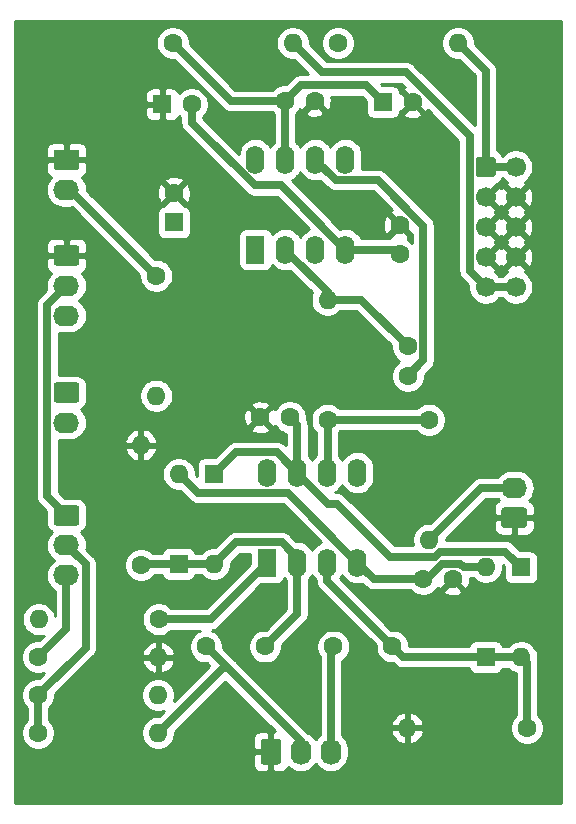
<source format=gbr>
%TF.GenerationSoftware,KiCad,Pcbnew,5.1.10-88a1d61d58~90~ubuntu21.04.1*%
%TF.CreationDate,2021-09-22T00:36:00+02:00*%
%TF.ProjectId,microphone-preamp,6d696372-6f70-4686-9f6e-652d70726561,v1.0.0*%
%TF.SameCoordinates,Original*%
%TF.FileFunction,Copper,L2,Bot*%
%TF.FilePolarity,Positive*%
%FSLAX46Y46*%
G04 Gerber Fmt 4.6, Leading zero omitted, Abs format (unit mm)*
G04 Created by KiCad (PCBNEW 5.1.10-88a1d61d58~90~ubuntu21.04.1) date 2021-09-22 00:36:00*
%MOMM*%
%LPD*%
G01*
G04 APERTURE LIST*
%TA.AperFunction,ComponentPad*%
%ADD10C,1.600000*%
%TD*%
%TA.AperFunction,ComponentPad*%
%ADD11R,1.600000X1.600000*%
%TD*%
%TA.AperFunction,ComponentPad*%
%ADD12O,2.190000X1.740000*%
%TD*%
%TA.AperFunction,ComponentPad*%
%ADD13O,1.600000X1.600000*%
%TD*%
%TA.AperFunction,ComponentPad*%
%ADD14C,1.700000*%
%TD*%
%TA.AperFunction,ComponentPad*%
%ADD15O,1.600000X2.400000*%
%TD*%
%TA.AperFunction,ComponentPad*%
%ADD16R,1.600000X2.400000*%
%TD*%
%TA.AperFunction,ComponentPad*%
%ADD17O,1.740000X2.190000*%
%TD*%
%TA.AperFunction,ViaPad*%
%ADD18C,3.500000*%
%TD*%
%TA.AperFunction,Conductor*%
%ADD19C,0.635000*%
%TD*%
%TA.AperFunction,Conductor*%
%ADD20C,0.254000*%
%TD*%
%TA.AperFunction,Conductor*%
%ADD21C,0.100000*%
%TD*%
G04 APERTURE END LIST*
D10*
%TO.P,C2,2*%
%TO.N,GND*%
X135600000Y-73700000D03*
D11*
%TO.P,C2,1*%
%TO.N,Net-(C2-Pad1)*%
X135600000Y-76200000D03*
%TD*%
D10*
%TO.P,C5,2*%
%TO.N,Net-(C5-Pad2)*%
X143300000Y-112100000D03*
%TO.P,C5,1*%
%TO.N,Net-(C5-Pad1)*%
X138300000Y-112100000D03*
%TD*%
%TO.P,C4,2*%
%TO.N,Net-(C4-Pad2)*%
X154100000Y-112100000D03*
%TO.P,C4,1*%
%TO.N,Net-(C4-Pad1)*%
X149100000Y-112100000D03*
%TD*%
D12*
%TO.P,J2,3*%
%TO.N,+12V*%
X126500000Y-84080000D03*
%TO.P,J2,2*%
%TO.N,Net-(C2-Pad1)*%
X126500000Y-81540000D03*
%TO.P,J2,1*%
%TO.N,GND*%
%TA.AperFunction,ComponentPad*%
G36*
G01*
X125654999Y-78130000D02*
X127345001Y-78130000D01*
G75*
G02*
X127595000Y-78379999I0J-249999D01*
G01*
X127595000Y-79620001D01*
G75*
G02*
X127345001Y-79870000I-249999J0D01*
G01*
X125654999Y-79870000D01*
G75*
G02*
X125405000Y-79620001I0J249999D01*
G01*
X125405000Y-78379999D01*
G75*
G02*
X125654999Y-78130000I249999J0D01*
G01*
G37*
%TD.AperFunction*%
%TD*%
D13*
%TO.P,R11,2*%
%TO.N,Net-(J7-Pad10)*%
X145660000Y-61000000D03*
D10*
%TO.P,R11,1*%
%TO.N,+12V*%
X135500000Y-61000000D03*
%TD*%
D13*
%TO.P,R10,2*%
%TO.N,Net-(J7-Pad1)*%
X159660000Y-61000000D03*
D10*
%TO.P,R10,1*%
%TO.N,-12V*%
X149500000Y-61000000D03*
%TD*%
D14*
%TO.P,J7,10*%
%TO.N,Net-(J7-Pad10)*%
X164540000Y-81660000D03*
%TO.P,J7,8*%
%TO.N,GND*%
X164540000Y-79120000D03*
%TO.P,J7,6*%
X164540000Y-76580000D03*
%TO.P,J7,4*%
X164540000Y-74040000D03*
%TO.P,J7,2*%
%TO.N,Net-(J7-Pad1)*%
X164540000Y-71500000D03*
%TO.P,J7,9*%
%TO.N,Net-(J7-Pad10)*%
X162000000Y-81660000D03*
%TO.P,J7,7*%
%TO.N,GND*%
X162000000Y-79120000D03*
%TO.P,J7,5*%
X162000000Y-76580000D03*
%TO.P,J7,3*%
X162000000Y-74040000D03*
%TO.P,J7,1*%
%TO.N,Net-(J7-Pad1)*%
%TA.AperFunction,ComponentPad*%
G36*
G01*
X161150000Y-72100000D02*
X161150000Y-70900000D01*
G75*
G02*
X161400000Y-70650000I250000J0D01*
G01*
X162600000Y-70650000D01*
G75*
G02*
X162850000Y-70900000I0J-250000D01*
G01*
X162850000Y-72100000D01*
G75*
G02*
X162600000Y-72350000I-250000J0D01*
G01*
X161400000Y-72350000D01*
G75*
G02*
X161150000Y-72100000I0J250000D01*
G01*
G37*
%TD.AperFunction*%
%TD*%
D10*
%TO.P,C10,2*%
%TO.N,GND*%
X155800000Y-66000000D03*
D11*
%TO.P,C10,1*%
%TO.N,+12V*%
X153300000Y-66000000D03*
%TD*%
D10*
%TO.P,C9,2*%
%TO.N,-12V*%
X137100000Y-66200000D03*
D11*
%TO.P,C9,1*%
%TO.N,GND*%
X134600000Y-66200000D03*
%TD*%
D15*
%TO.P,U2,8*%
%TO.N,Net-(U2-Pad8)*%
X142500000Y-70880000D03*
%TO.P,U2,4*%
%TO.N,-12V*%
X150120000Y-78500000D03*
%TO.P,U2,7*%
%TO.N,+12V*%
X145040000Y-70880000D03*
%TO.P,U2,3*%
%TO.N,GND*%
X147580000Y-78500000D03*
%TO.P,U2,6*%
%TO.N,Net-(C8-Pad2)*%
X147580000Y-70880000D03*
%TO.P,U2,2*%
%TO.N,Net-(C8-Pad1)*%
X145040000Y-78500000D03*
%TO.P,U2,5*%
%TO.N,Net-(U2-Pad5)*%
X150120000Y-70880000D03*
D16*
%TO.P,U2,1*%
%TO.N,Net-(U2-Pad1)*%
X142500000Y-78500000D03*
%TD*%
D15*
%TO.P,U1,8*%
%TO.N,GAIN2*%
X143500000Y-97380000D03*
%TO.P,U1,4*%
%TO.N,-12V*%
X151120000Y-105000000D03*
%TO.P,U1,7*%
%TO.N,+12V*%
X146040000Y-97380000D03*
%TO.P,U1,3*%
%TO.N,Net-(C4-Pad2)*%
X148580000Y-105000000D03*
%TO.P,U1,6*%
%TO.N,Net-(R8-Pad1)*%
X148580000Y-97380000D03*
%TO.P,U1,2*%
%TO.N,Net-(C5-Pad2)*%
X146040000Y-105000000D03*
%TO.P,U1,5*%
%TO.N,Net-(C8-Pad2)*%
X151120000Y-97380000D03*
D16*
%TO.P,U1,1*%
%TO.N,GAIN1*%
X143500000Y-105000000D03*
%TD*%
D13*
%TO.P,R9,2*%
%TO.N,Net-(J6-Pad2)*%
X157200000Y-103060000D03*
D10*
%TO.P,R9,1*%
%TO.N,Net-(R8-Pad1)*%
X157200000Y-92900000D03*
%TD*%
D13*
%TO.P,R8,2*%
%TO.N,Net-(C8-Pad1)*%
X148600000Y-82740000D03*
D10*
%TO.P,R8,1*%
%TO.N,Net-(R8-Pad1)*%
X148600000Y-92900000D03*
%TD*%
D13*
%TO.P,R7,2*%
%TO.N,Net-(J5-Pad2)*%
X124140000Y-109800000D03*
D10*
%TO.P,R7,1*%
%TO.N,GAIN1*%
X134300000Y-109800000D03*
%TD*%
D13*
%TO.P,R6,2*%
%TO.N,GND*%
X155340000Y-119000000D03*
D10*
%TO.P,R6,1*%
%TO.N,Net-(C4-Pad2)*%
X165500000Y-119000000D03*
%TD*%
D13*
%TO.P,R5,2*%
%TO.N,GND*%
X132800000Y-95040000D03*
D10*
%TO.P,R5,1*%
%TO.N,Net-(C5-Pad2)*%
X132800000Y-105200000D03*
%TD*%
D13*
%TO.P,R4,2*%
%TO.N,GND*%
X134260000Y-113000000D03*
D10*
%TO.P,R4,1*%
%TO.N,Net-(J4-Pad3)*%
X124100000Y-113000000D03*
%TD*%
D13*
%TO.P,R3,2*%
%TO.N,Net-(C5-Pad1)*%
X134260000Y-119400000D03*
D10*
%TO.P,R3,1*%
%TO.N,Net-(J4-Pad2)*%
X124100000Y-119400000D03*
%TD*%
D13*
%TO.P,R2,2*%
%TO.N,Net-(C4-Pad1)*%
X134260000Y-116200000D03*
D10*
%TO.P,R2,1*%
%TO.N,Net-(J4-Pad2)*%
X124100000Y-116200000D03*
%TD*%
D13*
%TO.P,R1,2*%
%TO.N,Net-(J4-Pad2)*%
X134100000Y-90860000D03*
D10*
%TO.P,R1,1*%
%TO.N,Net-(J1-Pad2)*%
X134100000Y-80700000D03*
%TD*%
D12*
%TO.P,J6,2*%
%TO.N,Net-(J6-Pad2)*%
X164400000Y-98660000D03*
%TO.P,J6,1*%
%TO.N,GND*%
%TA.AperFunction,ComponentPad*%
G36*
G01*
X165245001Y-102070000D02*
X163554999Y-102070000D01*
G75*
G02*
X163305000Y-101820001I0J249999D01*
G01*
X163305000Y-100579999D01*
G75*
G02*
X163554999Y-100330000I249999J0D01*
G01*
X165245001Y-100330000D01*
G75*
G02*
X165495000Y-100579999I0J-249999D01*
G01*
X165495000Y-101820001D01*
G75*
G02*
X165245001Y-102070000I-249999J0D01*
G01*
G37*
%TD.AperFunction*%
%TD*%
%TO.P,J5,2*%
%TO.N,Net-(J5-Pad2)*%
X126500000Y-93140000D03*
%TO.P,J5,1*%
%TO.N,GAIN2*%
%TA.AperFunction,ComponentPad*%
G36*
G01*
X125654999Y-89730000D02*
X127345001Y-89730000D01*
G75*
G02*
X127595000Y-89979999I0J-249999D01*
G01*
X127595000Y-91220001D01*
G75*
G02*
X127345001Y-91470000I-249999J0D01*
G01*
X125654999Y-91470000D01*
G75*
G02*
X125405000Y-91220001I0J249999D01*
G01*
X125405000Y-89979999D01*
G75*
G02*
X125654999Y-89730000I249999J0D01*
G01*
G37*
%TD.AperFunction*%
%TD*%
%TO.P,J4,3*%
%TO.N,Net-(J4-Pad3)*%
X126500000Y-106080000D03*
%TO.P,J4,2*%
%TO.N,Net-(J4-Pad2)*%
X126500000Y-103540000D03*
%TO.P,J4,1*%
%TO.N,Net-(C2-Pad1)*%
%TA.AperFunction,ComponentPad*%
G36*
G01*
X125654999Y-100130000D02*
X127345001Y-100130000D01*
G75*
G02*
X127595000Y-100379999I0J-249999D01*
G01*
X127595000Y-101620001D01*
G75*
G02*
X127345001Y-101870000I-249999J0D01*
G01*
X125654999Y-101870000D01*
G75*
G02*
X125405000Y-101620001I0J249999D01*
G01*
X125405000Y-100379999D01*
G75*
G02*
X125654999Y-100130000I249999J0D01*
G01*
G37*
%TD.AperFunction*%
%TD*%
D17*
%TO.P,J3,3*%
%TO.N,Net-(C4-Pad1)*%
X148880000Y-121000000D03*
%TO.P,J3,2*%
%TO.N,Net-(C5-Pad1)*%
X146340000Y-121000000D03*
%TO.P,J3,1*%
%TO.N,GND*%
%TA.AperFunction,ComponentPad*%
G36*
G01*
X142930000Y-121845001D02*
X142930000Y-120154999D01*
G75*
G02*
X143179999Y-119905000I249999J0D01*
G01*
X144420001Y-119905000D01*
G75*
G02*
X144670000Y-120154999I0J-249999D01*
G01*
X144670000Y-121845001D01*
G75*
G02*
X144420001Y-122095000I-249999J0D01*
G01*
X143179999Y-122095000D01*
G75*
G02*
X142930000Y-121845001I0J249999D01*
G01*
G37*
%TD.AperFunction*%
%TD*%
D12*
%TO.P,J1,2*%
%TO.N,Net-(J1-Pad2)*%
X126500000Y-73440000D03*
%TO.P,J1,1*%
%TO.N,GND*%
%TA.AperFunction,ComponentPad*%
G36*
G01*
X125654999Y-70030000D02*
X127345001Y-70030000D01*
G75*
G02*
X127595000Y-70279999I0J-249999D01*
G01*
X127595000Y-71520001D01*
G75*
G02*
X127345001Y-71770000I-249999J0D01*
G01*
X125654999Y-71770000D01*
G75*
G02*
X125405000Y-71520001I0J249999D01*
G01*
X125405000Y-70279999D01*
G75*
G02*
X125654999Y-70030000I249999J0D01*
G01*
G37*
%TD.AperFunction*%
%TD*%
D13*
%TO.P,D4,2*%
%TO.N,-12V*%
X136000000Y-97480000D03*
D11*
%TO.P,D4,1*%
%TO.N,Net-(C5-Pad2)*%
X136000000Y-105100000D03*
%TD*%
D13*
%TO.P,D3,2*%
%TO.N,Net-(C4-Pad2)*%
X165000000Y-113020000D03*
D11*
%TO.P,D3,1*%
%TO.N,+12V*%
X165000000Y-105400000D03*
%TD*%
D13*
%TO.P,D2,2*%
%TO.N,Net-(C5-Pad2)*%
X139000000Y-105120000D03*
D11*
%TO.P,D2,1*%
%TO.N,+12V*%
X139000000Y-97500000D03*
%TD*%
D13*
%TO.P,D1,2*%
%TO.N,-12V*%
X162000000Y-105380000D03*
D11*
%TO.P,D1,1*%
%TO.N,Net-(C4-Pad2)*%
X162000000Y-113000000D03*
%TD*%
D10*
%TO.P,C8,2*%
%TO.N,Net-(C8-Pad2)*%
X155400000Y-89200000D03*
%TO.P,C8,1*%
%TO.N,Net-(C8-Pad1)*%
X155400000Y-86700000D03*
%TD*%
%TO.P,C7,2*%
%TO.N,GND*%
X154700000Y-76400000D03*
%TO.P,C7,1*%
%TO.N,-12V*%
X154700000Y-78900000D03*
%TD*%
%TO.P,C6,2*%
%TO.N,GND*%
X159200000Y-106400000D03*
%TO.P,C6,1*%
%TO.N,-12V*%
X156700000Y-106400000D03*
%TD*%
%TO.P,C3,2*%
%TO.N,GND*%
X147500000Y-65900000D03*
%TO.P,C3,1*%
%TO.N,+12V*%
X145000000Y-65900000D03*
%TD*%
%TO.P,C1,2*%
%TO.N,GND*%
X142900000Y-92700000D03*
%TO.P,C1,1*%
%TO.N,+12V*%
X145400000Y-92700000D03*
%TD*%
D18*
%TO.N,GND*%
X166000000Y-61500000D03*
X124500000Y-61500000D03*
X124500000Y-123000000D03*
X166000000Y-123000000D03*
%TD*%
D19*
%TO.N,+12V*%
X140400000Y-65900000D02*
X135500000Y-61000000D01*
X145000000Y-65900000D02*
X140400000Y-65900000D01*
X146317501Y-64582499D02*
X145000000Y-65900000D01*
X151882499Y-64582499D02*
X146317501Y-64582499D01*
X153300000Y-66000000D02*
X151882499Y-64582499D01*
X145000000Y-70840000D02*
X145040000Y-70880000D01*
X145000000Y-65900000D02*
X145000000Y-70840000D01*
X146040000Y-93340000D02*
X145400000Y-92700000D01*
X146040000Y-97380000D02*
X146040000Y-93340000D01*
X144322490Y-95662490D02*
X146040000Y-97380000D01*
X140837510Y-95662490D02*
X144322490Y-95662490D01*
X139000000Y-97500000D02*
X140837510Y-95662490D01*
X148660000Y-100000000D02*
X146040000Y-97380000D01*
X149380882Y-100000000D02*
X148660000Y-100000000D01*
X157709902Y-104500000D02*
X153880882Y-104500000D01*
X158147403Y-104062499D02*
X157709902Y-104500000D01*
X163662499Y-104062499D02*
X158147403Y-104062499D01*
X153880882Y-104500000D02*
X149380882Y-100000000D01*
X165000000Y-105400000D02*
X163662499Y-104062499D01*
%TO.N,Net-(C2-Pad1)*%
X124887490Y-83152510D02*
X126500000Y-81540000D01*
X124887490Y-99387490D02*
X124887490Y-83152510D01*
X126500000Y-101000000D02*
X124887490Y-99387490D01*
%TO.N,Net-(C4-Pad2)*%
X162020000Y-113020000D02*
X162000000Y-113000000D01*
X165000000Y-113020000D02*
X162020000Y-113020000D01*
X165500000Y-113520000D02*
X165000000Y-113020000D01*
X165500000Y-119000000D02*
X165500000Y-113520000D01*
X155000000Y-113000000D02*
X154100000Y-112100000D01*
X162000000Y-113000000D02*
X155000000Y-113000000D01*
X148580000Y-106580000D02*
X154100000Y-112100000D01*
X148580000Y-105000000D02*
X148580000Y-106580000D01*
%TO.N,Net-(C4-Pad1)*%
X148880000Y-112320000D02*
X149100000Y-112100000D01*
X148880000Y-121000000D02*
X148880000Y-112320000D01*
%TO.N,Net-(C5-Pad2)*%
X140837501Y-103282499D02*
X139000000Y-105120000D01*
X144714001Y-103282499D02*
X140837501Y-103282499D01*
X146040000Y-104608498D02*
X144714001Y-103282499D01*
X146040000Y-105000000D02*
X146040000Y-104608498D01*
X136020000Y-105120000D02*
X136000000Y-105100000D01*
X139000000Y-105120000D02*
X136020000Y-105120000D01*
X132900000Y-105100000D02*
X132800000Y-105200000D01*
X136000000Y-105100000D02*
X132900000Y-105100000D01*
X146040000Y-109360000D02*
X143300000Y-112100000D01*
X146040000Y-105000000D02*
X146040000Y-109360000D01*
%TO.N,Net-(C5-Pad1)*%
X146340000Y-121000000D02*
X146340000Y-120140000D01*
X139710000Y-113950000D02*
X140150000Y-113950000D01*
X134260000Y-119400000D02*
X139710000Y-113950000D01*
X140150000Y-113950000D02*
X138300000Y-112100000D01*
X146340000Y-120140000D02*
X140150000Y-113950000D01*
%TO.N,-12V*%
X154300000Y-78500000D02*
X154700000Y-78900000D01*
X150120000Y-78500000D02*
X154300000Y-78500000D01*
X137100000Y-67743240D02*
X137100000Y-66200000D01*
X142424359Y-73067599D02*
X137100000Y-67743240D01*
X144687599Y-73067599D02*
X142424359Y-73067599D01*
X150120000Y-78500000D02*
X144687599Y-73067599D01*
X145217510Y-99097510D02*
X151120000Y-105000000D01*
X137617510Y-99097510D02*
X145217510Y-99097510D01*
X136000000Y-97480000D02*
X137617510Y-99097510D01*
X156990784Y-106400000D02*
X156700000Y-106400000D01*
X158308285Y-105082499D02*
X156990784Y-106400000D01*
X159832401Y-105082499D02*
X158308285Y-105082499D01*
X160129902Y-105380000D02*
X159832401Y-105082499D01*
X162000000Y-105380000D02*
X160129902Y-105380000D01*
X152520000Y-106400000D02*
X151120000Y-105000000D01*
X156700000Y-106400000D02*
X152520000Y-106400000D01*
%TO.N,Net-(C8-Pad2)*%
X149297510Y-72597510D02*
X147580000Y-70880000D01*
X152847412Y-72597510D02*
X149297510Y-72597510D01*
X156717501Y-87882499D02*
X156717501Y-76467599D01*
X156717501Y-76467599D02*
X152847412Y-72597510D01*
X155400000Y-89200000D02*
X156717501Y-87882499D01*
%TO.N,Net-(C8-Pad1)*%
X148600000Y-82060000D02*
X145040000Y-78500000D01*
X148600000Y-82740000D02*
X148600000Y-82060000D01*
X151440000Y-82740000D02*
X155400000Y-86700000D01*
X148600000Y-82740000D02*
X151440000Y-82740000D01*
%TO.N,Net-(J1-Pad2)*%
X126840000Y-73440000D02*
X134100000Y-80700000D01*
X126500000Y-73440000D02*
X126840000Y-73440000D01*
%TO.N,Net-(J4-Pad3)*%
X126000000Y-106580000D02*
X126500000Y-106080000D01*
X126500000Y-110600000D02*
X126500000Y-106080000D01*
X124100000Y-113000000D02*
X126500000Y-110600000D01*
%TO.N,Net-(J4-Pad2)*%
X124100000Y-119400000D02*
X124100000Y-116200000D01*
X128112510Y-105152510D02*
X126500000Y-103540000D01*
X128112510Y-112187490D02*
X128112510Y-105152510D01*
X124100000Y-116200000D02*
X128112510Y-112187490D01*
%TO.N,Net-(J6-Pad2)*%
X161600000Y-98660000D02*
X157200000Y-103060000D01*
X164400000Y-98660000D02*
X161600000Y-98660000D01*
%TO.N,Net-(R8-Pad1)*%
X148600000Y-92900000D02*
X157200000Y-92900000D01*
X148600000Y-97360000D02*
X148580000Y-97380000D01*
X148600000Y-92900000D02*
X148600000Y-97360000D01*
%TO.N,Net-(J7-Pad10)*%
X164540000Y-81660000D02*
X162000000Y-81660000D01*
X160632499Y-68882597D02*
X155249902Y-63500000D01*
X160632499Y-80292499D02*
X160632499Y-68882597D01*
X162000000Y-81660000D02*
X160632499Y-80292499D01*
X148160000Y-63500000D02*
X145660000Y-61000000D01*
X155249902Y-63500000D02*
X148160000Y-63500000D01*
%TO.N,Net-(J7-Pad1)*%
X164540000Y-71500000D02*
X162000000Y-71500000D01*
X162000000Y-63340000D02*
X159660000Y-61000000D01*
X162000000Y-71500000D02*
X162000000Y-63340000D01*
%TO.N,GAIN1*%
X138700000Y-109800000D02*
X134300000Y-109800000D01*
X143500000Y-105000000D02*
X138700000Y-109800000D01*
%TD*%
D20*
%TO.N,GND*%
X168340000Y-125340000D02*
X122160000Y-125340000D01*
X122160000Y-122095000D01*
X142291928Y-122095000D01*
X142304188Y-122219482D01*
X142340498Y-122339180D01*
X142399463Y-122449494D01*
X142478815Y-122546185D01*
X142575506Y-122625537D01*
X142685820Y-122684502D01*
X142805518Y-122720812D01*
X142930000Y-122733072D01*
X143514250Y-122730000D01*
X143673000Y-122571250D01*
X143673000Y-121127000D01*
X142453750Y-121127000D01*
X142295000Y-121285750D01*
X142291928Y-122095000D01*
X122160000Y-122095000D01*
X122160000Y-112858665D01*
X122665000Y-112858665D01*
X122665000Y-113141335D01*
X122720147Y-113418574D01*
X122828320Y-113679727D01*
X122985363Y-113914759D01*
X123185241Y-114114637D01*
X123420273Y-114271680D01*
X123681426Y-114379853D01*
X123958665Y-114435000D01*
X124241335Y-114435000D01*
X124518574Y-114379853D01*
X124611670Y-114341291D01*
X124187962Y-114765000D01*
X123958665Y-114765000D01*
X123681426Y-114820147D01*
X123420273Y-114928320D01*
X123185241Y-115085363D01*
X122985363Y-115285241D01*
X122828320Y-115520273D01*
X122720147Y-115781426D01*
X122665000Y-116058665D01*
X122665000Y-116341335D01*
X122720147Y-116618574D01*
X122828320Y-116879727D01*
X122985363Y-117114759D01*
X123147501Y-117276897D01*
X123147500Y-118323104D01*
X122985363Y-118485241D01*
X122828320Y-118720273D01*
X122720147Y-118981426D01*
X122665000Y-119258665D01*
X122665000Y-119541335D01*
X122720147Y-119818574D01*
X122828320Y-120079727D01*
X122985363Y-120314759D01*
X123185241Y-120514637D01*
X123420273Y-120671680D01*
X123681426Y-120779853D01*
X123958665Y-120835000D01*
X124241335Y-120835000D01*
X124518574Y-120779853D01*
X124779727Y-120671680D01*
X125014759Y-120514637D01*
X125214637Y-120314759D01*
X125371680Y-120079727D01*
X125479853Y-119818574D01*
X125535000Y-119541335D01*
X125535000Y-119258665D01*
X125479853Y-118981426D01*
X125371680Y-118720273D01*
X125214637Y-118485241D01*
X125052500Y-118323104D01*
X125052500Y-117276896D01*
X125214637Y-117114759D01*
X125371680Y-116879727D01*
X125479853Y-116618574D01*
X125535000Y-116341335D01*
X125535000Y-116112038D01*
X128297999Y-113349039D01*
X132868096Y-113349039D01*
X132908754Y-113483087D01*
X133028963Y-113737420D01*
X133196481Y-113963414D01*
X133404869Y-114152385D01*
X133646119Y-114297070D01*
X133910960Y-114391909D01*
X134133000Y-114270624D01*
X134133000Y-113127000D01*
X134387000Y-113127000D01*
X134387000Y-114270624D01*
X134609040Y-114391909D01*
X134873881Y-114297070D01*
X135115131Y-114152385D01*
X135323519Y-113963414D01*
X135491037Y-113737420D01*
X135611246Y-113483087D01*
X135651904Y-113349039D01*
X135529915Y-113127000D01*
X134387000Y-113127000D01*
X134133000Y-113127000D01*
X132990085Y-113127000D01*
X132868096Y-113349039D01*
X128297999Y-113349039D01*
X128752946Y-112894093D01*
X128789288Y-112864268D01*
X128908316Y-112719231D01*
X128944806Y-112650961D01*
X132868096Y-112650961D01*
X132990085Y-112873000D01*
X134133000Y-112873000D01*
X134133000Y-111729376D01*
X134387000Y-111729376D01*
X134387000Y-112873000D01*
X135529915Y-112873000D01*
X135651904Y-112650961D01*
X135611246Y-112516913D01*
X135491037Y-112262580D01*
X135323519Y-112036586D01*
X135115131Y-111847615D01*
X134873881Y-111702930D01*
X134609040Y-111608091D01*
X134387000Y-111729376D01*
X134133000Y-111729376D01*
X133910960Y-111608091D01*
X133646119Y-111702930D01*
X133404869Y-111847615D01*
X133196481Y-112036586D01*
X133028963Y-112262580D01*
X132908754Y-112516913D01*
X132868096Y-112650961D01*
X128944806Y-112650961D01*
X128996762Y-112553759D01*
X129051227Y-112374213D01*
X129065010Y-112234275D01*
X129065010Y-112234274D01*
X129069618Y-112187491D01*
X129065010Y-112140706D01*
X129065010Y-105199295D01*
X129069618Y-105152510D01*
X129060375Y-105058665D01*
X131365000Y-105058665D01*
X131365000Y-105341335D01*
X131420147Y-105618574D01*
X131528320Y-105879727D01*
X131685363Y-106114759D01*
X131885241Y-106314637D01*
X132120273Y-106471680D01*
X132381426Y-106579853D01*
X132658665Y-106635000D01*
X132941335Y-106635000D01*
X133218574Y-106579853D01*
X133479727Y-106471680D01*
X133714759Y-106314637D01*
X133914637Y-106114759D01*
X133956237Y-106052500D01*
X134582687Y-106052500D01*
X134610498Y-106144180D01*
X134669463Y-106254494D01*
X134748815Y-106351185D01*
X134845506Y-106430537D01*
X134955820Y-106489502D01*
X135075518Y-106525812D01*
X135200000Y-106538072D01*
X136800000Y-106538072D01*
X136924482Y-106525812D01*
X137044180Y-106489502D01*
X137154494Y-106430537D01*
X137251185Y-106351185D01*
X137330537Y-106254494D01*
X137389502Y-106144180D01*
X137411246Y-106072500D01*
X137923104Y-106072500D01*
X138085241Y-106234637D01*
X138320273Y-106391680D01*
X138581426Y-106499853D01*
X138858665Y-106555000D01*
X139141335Y-106555000D01*
X139418574Y-106499853D01*
X139679727Y-106391680D01*
X139914759Y-106234637D01*
X140114637Y-106034759D01*
X140271680Y-105799727D01*
X140379853Y-105538574D01*
X140435000Y-105261335D01*
X140435000Y-105032038D01*
X141232040Y-104234999D01*
X142061928Y-104234999D01*
X142061928Y-105091033D01*
X138305462Y-108847500D01*
X135376896Y-108847500D01*
X135214759Y-108685363D01*
X134979727Y-108528320D01*
X134718574Y-108420147D01*
X134441335Y-108365000D01*
X134158665Y-108365000D01*
X133881426Y-108420147D01*
X133620273Y-108528320D01*
X133385241Y-108685363D01*
X133185363Y-108885241D01*
X133028320Y-109120273D01*
X132920147Y-109381426D01*
X132865000Y-109658665D01*
X132865000Y-109941335D01*
X132920147Y-110218574D01*
X133028320Y-110479727D01*
X133185363Y-110714759D01*
X133385241Y-110914637D01*
X133620273Y-111071680D01*
X133881426Y-111179853D01*
X134158665Y-111235000D01*
X134441335Y-111235000D01*
X134718574Y-111179853D01*
X134979727Y-111071680D01*
X135214759Y-110914637D01*
X135376896Y-110752500D01*
X137803319Y-110752500D01*
X137620273Y-110828320D01*
X137385241Y-110985363D01*
X137185363Y-111185241D01*
X137028320Y-111420273D01*
X136920147Y-111681426D01*
X136865000Y-111958665D01*
X136865000Y-112241335D01*
X136920147Y-112518574D01*
X137028320Y-112779727D01*
X137185363Y-113014759D01*
X137385241Y-113214637D01*
X137620273Y-113371680D01*
X137881426Y-113479853D01*
X138158665Y-113535000D01*
X138387962Y-113535000D01*
X138582961Y-113730000D01*
X135601291Y-116711670D01*
X135639853Y-116618574D01*
X135695000Y-116341335D01*
X135695000Y-116058665D01*
X135639853Y-115781426D01*
X135531680Y-115520273D01*
X135374637Y-115285241D01*
X135174759Y-115085363D01*
X134939727Y-114928320D01*
X134678574Y-114820147D01*
X134401335Y-114765000D01*
X134118665Y-114765000D01*
X133841426Y-114820147D01*
X133580273Y-114928320D01*
X133345241Y-115085363D01*
X133145363Y-115285241D01*
X132988320Y-115520273D01*
X132880147Y-115781426D01*
X132825000Y-116058665D01*
X132825000Y-116341335D01*
X132880147Y-116618574D01*
X132988320Y-116879727D01*
X133145363Y-117114759D01*
X133345241Y-117314637D01*
X133580273Y-117471680D01*
X133841426Y-117579853D01*
X134118665Y-117635000D01*
X134401335Y-117635000D01*
X134678574Y-117579853D01*
X134771671Y-117541291D01*
X134347962Y-117965000D01*
X134118665Y-117965000D01*
X133841426Y-118020147D01*
X133580273Y-118128320D01*
X133345241Y-118285363D01*
X133145363Y-118485241D01*
X132988320Y-118720273D01*
X132880147Y-118981426D01*
X132825000Y-119258665D01*
X132825000Y-119541335D01*
X132880147Y-119818574D01*
X132988320Y-120079727D01*
X133145363Y-120314759D01*
X133345241Y-120514637D01*
X133580273Y-120671680D01*
X133841426Y-120779853D01*
X134118665Y-120835000D01*
X134401335Y-120835000D01*
X134678574Y-120779853D01*
X134939727Y-120671680D01*
X135174759Y-120514637D01*
X135374637Y-120314759D01*
X135531680Y-120079727D01*
X135604054Y-119905000D01*
X142291928Y-119905000D01*
X142295000Y-120714250D01*
X142453750Y-120873000D01*
X143673000Y-120873000D01*
X143673000Y-119428750D01*
X143514250Y-119270000D01*
X142930000Y-119266928D01*
X142805518Y-119279188D01*
X142685820Y-119315498D01*
X142575506Y-119374463D01*
X142478815Y-119453815D01*
X142399463Y-119550506D01*
X142340498Y-119660820D01*
X142304188Y-119780518D01*
X142291928Y-119905000D01*
X135604054Y-119905000D01*
X135639853Y-119818574D01*
X135695000Y-119541335D01*
X135695000Y-119312038D01*
X139930000Y-115077038D01*
X144122767Y-119269805D01*
X144085750Y-119270000D01*
X143927000Y-119428750D01*
X143927000Y-120873000D01*
X143947000Y-120873000D01*
X143947000Y-121127000D01*
X143927000Y-121127000D01*
X143927000Y-122571250D01*
X144085750Y-122730000D01*
X144670000Y-122733072D01*
X144794482Y-122720812D01*
X144914180Y-122684502D01*
X145024494Y-122625537D01*
X145121185Y-122546185D01*
X145200537Y-122449494D01*
X145259502Y-122339180D01*
X145272615Y-122295953D01*
X145499822Y-122482417D01*
X145761276Y-122622166D01*
X146044969Y-122708224D01*
X146340000Y-122737282D01*
X146635032Y-122708224D01*
X146918725Y-122622166D01*
X147180179Y-122482417D01*
X147409345Y-122294345D01*
X147597417Y-122065179D01*
X147610000Y-122041638D01*
X147622583Y-122065179D01*
X147810655Y-122294345D01*
X148039822Y-122482417D01*
X148301276Y-122622166D01*
X148584969Y-122708224D01*
X148880000Y-122737282D01*
X149175032Y-122708224D01*
X149458725Y-122622166D01*
X149720179Y-122482417D01*
X149949345Y-122294345D01*
X150137417Y-122065179D01*
X150277166Y-121803724D01*
X150363224Y-121520031D01*
X150385000Y-121298935D01*
X150385000Y-120701064D01*
X150363224Y-120479968D01*
X150277166Y-120196275D01*
X150137417Y-119934821D01*
X149949345Y-119705655D01*
X149832500Y-119609763D01*
X149832500Y-119349039D01*
X153948096Y-119349039D01*
X153988754Y-119483087D01*
X154108963Y-119737420D01*
X154276481Y-119963414D01*
X154484869Y-120152385D01*
X154726119Y-120297070D01*
X154990960Y-120391909D01*
X155213000Y-120270624D01*
X155213000Y-119127000D01*
X155467000Y-119127000D01*
X155467000Y-120270624D01*
X155689040Y-120391909D01*
X155953881Y-120297070D01*
X156195131Y-120152385D01*
X156403519Y-119963414D01*
X156571037Y-119737420D01*
X156691246Y-119483087D01*
X156731904Y-119349039D01*
X156609915Y-119127000D01*
X155467000Y-119127000D01*
X155213000Y-119127000D01*
X154070085Y-119127000D01*
X153948096Y-119349039D01*
X149832500Y-119349039D01*
X149832500Y-118650961D01*
X153948096Y-118650961D01*
X154070085Y-118873000D01*
X155213000Y-118873000D01*
X155213000Y-117729376D01*
X155467000Y-117729376D01*
X155467000Y-118873000D01*
X156609915Y-118873000D01*
X156731904Y-118650961D01*
X156691246Y-118516913D01*
X156571037Y-118262580D01*
X156403519Y-118036586D01*
X156195131Y-117847615D01*
X155953881Y-117702930D01*
X155689040Y-117608091D01*
X155467000Y-117729376D01*
X155213000Y-117729376D01*
X154990960Y-117608091D01*
X154726119Y-117702930D01*
X154484869Y-117847615D01*
X154276481Y-118036586D01*
X154108963Y-118262580D01*
X153988754Y-118516913D01*
X153948096Y-118650961D01*
X149832500Y-118650961D01*
X149832500Y-113336418D01*
X150014759Y-113214637D01*
X150214637Y-113014759D01*
X150371680Y-112779727D01*
X150479853Y-112518574D01*
X150535000Y-112241335D01*
X150535000Y-111958665D01*
X150479853Y-111681426D01*
X150371680Y-111420273D01*
X150214637Y-111185241D01*
X150014759Y-110985363D01*
X149779727Y-110828320D01*
X149518574Y-110720147D01*
X149241335Y-110665000D01*
X148958665Y-110665000D01*
X148681426Y-110720147D01*
X148420273Y-110828320D01*
X148185241Y-110985363D01*
X147985363Y-111185241D01*
X147828320Y-111420273D01*
X147720147Y-111681426D01*
X147665000Y-111958665D01*
X147665000Y-112241335D01*
X147720147Y-112518574D01*
X147828320Y-112779727D01*
X147927501Y-112928162D01*
X147927500Y-119609762D01*
X147810655Y-119705655D01*
X147622583Y-119934822D01*
X147610000Y-119958363D01*
X147597417Y-119934821D01*
X147409345Y-119705655D01*
X147180178Y-119517583D01*
X146931934Y-119384895D01*
X140856607Y-113309569D01*
X140826778Y-113273222D01*
X140790436Y-113243397D01*
X139735000Y-112187962D01*
X139735000Y-111958665D01*
X139679853Y-111681426D01*
X139571680Y-111420273D01*
X139414637Y-111185241D01*
X139214759Y-110985363D01*
X138979727Y-110828320D01*
X138787096Y-110748530D01*
X138886723Y-110738717D01*
X139066269Y-110684252D01*
X139231741Y-110595806D01*
X139376778Y-110476778D01*
X139406607Y-110440431D01*
X143008967Y-106838072D01*
X144300000Y-106838072D01*
X144424482Y-106825812D01*
X144544180Y-106789502D01*
X144654494Y-106730537D01*
X144751185Y-106651185D01*
X144830537Y-106554494D01*
X144889502Y-106444180D01*
X144925812Y-106324482D01*
X144927581Y-106306517D01*
X145020393Y-106419608D01*
X145087500Y-106474682D01*
X145087501Y-108965460D01*
X143387962Y-110665000D01*
X143158665Y-110665000D01*
X142881426Y-110720147D01*
X142620273Y-110828320D01*
X142385241Y-110985363D01*
X142185363Y-111185241D01*
X142028320Y-111420273D01*
X141920147Y-111681426D01*
X141865000Y-111958665D01*
X141865000Y-112241335D01*
X141920147Y-112518574D01*
X142028320Y-112779727D01*
X142185363Y-113014759D01*
X142385241Y-113214637D01*
X142620273Y-113371680D01*
X142881426Y-113479853D01*
X143158665Y-113535000D01*
X143441335Y-113535000D01*
X143718574Y-113479853D01*
X143979727Y-113371680D01*
X144214759Y-113214637D01*
X144414637Y-113014759D01*
X144571680Y-112779727D01*
X144679853Y-112518574D01*
X144735000Y-112241335D01*
X144735000Y-112012038D01*
X146680436Y-110066603D01*
X146716778Y-110036778D01*
X146835806Y-109891741D01*
X146924252Y-109726269D01*
X146978717Y-109546723D01*
X146992500Y-109406785D01*
X146997108Y-109360001D01*
X146992500Y-109313216D01*
X146992500Y-106474682D01*
X147059608Y-106419608D01*
X147238932Y-106201101D01*
X147310000Y-106068142D01*
X147381068Y-106201101D01*
X147560393Y-106419608D01*
X147627501Y-106474682D01*
X147627501Y-106533206D01*
X147622892Y-106580000D01*
X147641283Y-106766722D01*
X147695749Y-106946269D01*
X147781448Y-107106601D01*
X147784195Y-107111741D01*
X147903223Y-107256778D01*
X147939563Y-107286601D01*
X152665000Y-112012039D01*
X152665000Y-112241335D01*
X152720147Y-112518574D01*
X152828320Y-112779727D01*
X152985363Y-113014759D01*
X153185241Y-113214637D01*
X153420273Y-113371680D01*
X153681426Y-113479853D01*
X153958665Y-113535000D01*
X154187961Y-113535000D01*
X154293397Y-113640436D01*
X154323222Y-113676778D01*
X154468259Y-113795806D01*
X154633731Y-113884252D01*
X154766351Y-113924482D01*
X154813277Y-113938717D01*
X154999999Y-113957108D01*
X155046784Y-113952500D01*
X160582687Y-113952500D01*
X160610498Y-114044180D01*
X160669463Y-114154494D01*
X160748815Y-114251185D01*
X160845506Y-114330537D01*
X160955820Y-114389502D01*
X161075518Y-114425812D01*
X161200000Y-114438072D01*
X162800000Y-114438072D01*
X162924482Y-114425812D01*
X163044180Y-114389502D01*
X163154494Y-114330537D01*
X163251185Y-114251185D01*
X163330537Y-114154494D01*
X163389502Y-114044180D01*
X163411246Y-113972500D01*
X163923104Y-113972500D01*
X164085241Y-114134637D01*
X164320273Y-114291680D01*
X164547501Y-114385801D01*
X164547500Y-117923104D01*
X164385363Y-118085241D01*
X164228320Y-118320273D01*
X164120147Y-118581426D01*
X164065000Y-118858665D01*
X164065000Y-119141335D01*
X164120147Y-119418574D01*
X164228320Y-119679727D01*
X164385363Y-119914759D01*
X164585241Y-120114637D01*
X164820273Y-120271680D01*
X165081426Y-120379853D01*
X165358665Y-120435000D01*
X165641335Y-120435000D01*
X165918574Y-120379853D01*
X166179727Y-120271680D01*
X166414759Y-120114637D01*
X166614637Y-119914759D01*
X166771680Y-119679727D01*
X166879853Y-119418574D01*
X166935000Y-119141335D01*
X166935000Y-118858665D01*
X166879853Y-118581426D01*
X166771680Y-118320273D01*
X166614637Y-118085241D01*
X166452500Y-117923104D01*
X166452500Y-113566785D01*
X166457108Y-113520000D01*
X166442499Y-113371680D01*
X166438717Y-113333277D01*
X166415815Y-113257781D01*
X166435000Y-113161335D01*
X166435000Y-112878665D01*
X166379853Y-112601426D01*
X166271680Y-112340273D01*
X166114637Y-112105241D01*
X165914759Y-111905363D01*
X165679727Y-111748320D01*
X165418574Y-111640147D01*
X165141335Y-111585000D01*
X164858665Y-111585000D01*
X164581426Y-111640147D01*
X164320273Y-111748320D01*
X164085241Y-111905363D01*
X163923104Y-112067500D01*
X163423380Y-112067500D01*
X163389502Y-111955820D01*
X163330537Y-111845506D01*
X163251185Y-111748815D01*
X163154494Y-111669463D01*
X163044180Y-111610498D01*
X162924482Y-111574188D01*
X162800000Y-111561928D01*
X161200000Y-111561928D01*
X161075518Y-111574188D01*
X160955820Y-111610498D01*
X160845506Y-111669463D01*
X160748815Y-111748815D01*
X160669463Y-111845506D01*
X160610498Y-111955820D01*
X160582687Y-112047500D01*
X155535000Y-112047500D01*
X155535000Y-111958665D01*
X155479853Y-111681426D01*
X155371680Y-111420273D01*
X155214637Y-111185241D01*
X155014759Y-110985363D01*
X154779727Y-110828320D01*
X154518574Y-110720147D01*
X154241335Y-110665000D01*
X154012039Y-110665000D01*
X149674901Y-106327863D01*
X149778932Y-106201101D01*
X149850000Y-106068142D01*
X149921068Y-106201101D01*
X150100393Y-106419608D01*
X150318900Y-106598932D01*
X150568193Y-106732182D01*
X150838692Y-106814236D01*
X151120000Y-106841943D01*
X151401309Y-106814236D01*
X151543933Y-106770972D01*
X151813397Y-107040436D01*
X151843222Y-107076778D01*
X151988259Y-107195806D01*
X152153731Y-107284252D01*
X152333277Y-107338717D01*
X152520000Y-107357108D01*
X152566785Y-107352500D01*
X155623104Y-107352500D01*
X155785241Y-107514637D01*
X156020273Y-107671680D01*
X156281426Y-107779853D01*
X156558665Y-107835000D01*
X156841335Y-107835000D01*
X157118574Y-107779853D01*
X157379727Y-107671680D01*
X157614759Y-107514637D01*
X157736694Y-107392702D01*
X158386903Y-107392702D01*
X158458486Y-107636671D01*
X158713996Y-107757571D01*
X158988184Y-107826300D01*
X159270512Y-107840217D01*
X159550130Y-107798787D01*
X159816292Y-107703603D01*
X159941514Y-107636671D01*
X160013097Y-107392702D01*
X159200000Y-106579605D01*
X158386903Y-107392702D01*
X157736694Y-107392702D01*
X157814637Y-107314759D01*
X157948692Y-107114131D01*
X157963329Y-107141514D01*
X158207298Y-107213097D01*
X159020395Y-106400000D01*
X159006253Y-106385858D01*
X159185858Y-106206253D01*
X159200000Y-106220395D01*
X159214143Y-106206253D01*
X159393748Y-106385858D01*
X159379605Y-106400000D01*
X160192702Y-107213097D01*
X160436671Y-107141514D01*
X160557571Y-106886004D01*
X160626300Y-106611816D01*
X160640069Y-106332500D01*
X160923104Y-106332500D01*
X161085241Y-106494637D01*
X161320273Y-106651680D01*
X161581426Y-106759853D01*
X161858665Y-106815000D01*
X162141335Y-106815000D01*
X162418574Y-106759853D01*
X162679727Y-106651680D01*
X162914759Y-106494637D01*
X163114637Y-106294759D01*
X163271680Y-106059727D01*
X163379853Y-105798574D01*
X163435000Y-105521335D01*
X163435000Y-105238665D01*
X163420939Y-105167978D01*
X163561928Y-105308966D01*
X163561928Y-106200000D01*
X163574188Y-106324482D01*
X163610498Y-106444180D01*
X163669463Y-106554494D01*
X163748815Y-106651185D01*
X163845506Y-106730537D01*
X163955820Y-106789502D01*
X164075518Y-106825812D01*
X164200000Y-106838072D01*
X165800000Y-106838072D01*
X165924482Y-106825812D01*
X166044180Y-106789502D01*
X166154494Y-106730537D01*
X166251185Y-106651185D01*
X166330537Y-106554494D01*
X166389502Y-106444180D01*
X166425812Y-106324482D01*
X166438072Y-106200000D01*
X166438072Y-104600000D01*
X166425812Y-104475518D01*
X166389502Y-104355820D01*
X166330537Y-104245506D01*
X166251185Y-104148815D01*
X166154494Y-104069463D01*
X166044180Y-104010498D01*
X165924482Y-103974188D01*
X165800000Y-103961928D01*
X164908966Y-103961928D01*
X164369106Y-103422068D01*
X164339277Y-103385721D01*
X164194240Y-103266693D01*
X164028768Y-103178247D01*
X163849222Y-103123782D01*
X163709284Y-103109999D01*
X163662499Y-103105391D01*
X163615714Y-103109999D01*
X158635000Y-103109999D01*
X158635000Y-102972038D01*
X159537038Y-102070000D01*
X162666928Y-102070000D01*
X162679188Y-102194482D01*
X162715498Y-102314180D01*
X162774463Y-102424494D01*
X162853815Y-102521185D01*
X162950506Y-102600537D01*
X163060820Y-102659502D01*
X163180518Y-102695812D01*
X163305000Y-102708072D01*
X164114250Y-102705000D01*
X164273000Y-102546250D01*
X164273000Y-101327000D01*
X164527000Y-101327000D01*
X164527000Y-102546250D01*
X164685750Y-102705000D01*
X165495000Y-102708072D01*
X165619482Y-102695812D01*
X165739180Y-102659502D01*
X165849494Y-102600537D01*
X165946185Y-102521185D01*
X166025537Y-102424494D01*
X166084502Y-102314180D01*
X166120812Y-102194482D01*
X166133072Y-102070000D01*
X166130000Y-101485750D01*
X165971250Y-101327000D01*
X164527000Y-101327000D01*
X164273000Y-101327000D01*
X162828750Y-101327000D01*
X162670000Y-101485750D01*
X162666928Y-102070000D01*
X159537038Y-102070000D01*
X161994538Y-99612500D01*
X163009763Y-99612500D01*
X163104047Y-99727385D01*
X163060820Y-99740498D01*
X162950506Y-99799463D01*
X162853815Y-99878815D01*
X162774463Y-99975506D01*
X162715498Y-100085820D01*
X162679188Y-100205518D01*
X162666928Y-100330000D01*
X162670000Y-100914250D01*
X162828750Y-101073000D01*
X164273000Y-101073000D01*
X164273000Y-101053000D01*
X164527000Y-101053000D01*
X164527000Y-101073000D01*
X165971250Y-101073000D01*
X166130000Y-100914250D01*
X166133072Y-100330000D01*
X166120812Y-100205518D01*
X166084502Y-100085820D01*
X166025537Y-99975506D01*
X165946185Y-99878815D01*
X165849494Y-99799463D01*
X165739180Y-99740498D01*
X165695953Y-99727385D01*
X165882417Y-99500179D01*
X166022166Y-99238725D01*
X166108224Y-98955032D01*
X166137282Y-98660000D01*
X166108224Y-98364968D01*
X166022166Y-98081275D01*
X165882417Y-97819821D01*
X165694345Y-97590655D01*
X165465179Y-97402583D01*
X165203725Y-97262834D01*
X164920032Y-97176776D01*
X164698936Y-97155000D01*
X164101064Y-97155000D01*
X163879968Y-97176776D01*
X163596275Y-97262834D01*
X163334821Y-97402583D01*
X163105655Y-97590655D01*
X163009763Y-97707500D01*
X161646785Y-97707500D01*
X161600000Y-97702892D01*
X161553215Y-97707500D01*
X161413277Y-97721283D01*
X161330913Y-97746268D01*
X161233730Y-97775748D01*
X161151276Y-97819821D01*
X161068259Y-97864194D01*
X160923222Y-97983222D01*
X160893393Y-98019569D01*
X157287962Y-101625000D01*
X157058665Y-101625000D01*
X156781426Y-101680147D01*
X156520273Y-101788320D01*
X156285241Y-101945363D01*
X156085363Y-102145241D01*
X155928320Y-102380273D01*
X155820147Y-102641426D01*
X155765000Y-102918665D01*
X155765000Y-103201335D01*
X155820147Y-103478574D01*
X155848697Y-103547500D01*
X154275421Y-103547500D01*
X150087489Y-99359569D01*
X150057660Y-99323222D01*
X149912623Y-99204194D01*
X149747151Y-99115748D01*
X149567605Y-99061283D01*
X149427667Y-99047500D01*
X149380882Y-99042892D01*
X149334097Y-99047500D01*
X149252819Y-99047500D01*
X149381101Y-98978932D01*
X149599608Y-98799608D01*
X149778932Y-98581101D01*
X149850000Y-98448142D01*
X149921068Y-98581101D01*
X150100393Y-98799608D01*
X150318900Y-98978932D01*
X150568193Y-99112182D01*
X150838692Y-99194236D01*
X151120000Y-99221943D01*
X151401309Y-99194236D01*
X151671808Y-99112182D01*
X151921101Y-98978932D01*
X152139608Y-98799608D01*
X152318932Y-98581101D01*
X152452182Y-98331808D01*
X152534236Y-98061309D01*
X152555000Y-97850491D01*
X152555000Y-96909508D01*
X152534236Y-96698691D01*
X152452182Y-96428192D01*
X152318932Y-96178899D01*
X152139607Y-95960392D01*
X151921100Y-95781068D01*
X151671807Y-95647818D01*
X151401308Y-95565764D01*
X151120000Y-95538057D01*
X150838691Y-95565764D01*
X150568192Y-95647818D01*
X150318899Y-95781068D01*
X150100392Y-95960393D01*
X149921068Y-96178900D01*
X149850000Y-96311858D01*
X149778932Y-96178899D01*
X149599607Y-95960392D01*
X149552500Y-95921732D01*
X149552500Y-93976896D01*
X149676896Y-93852500D01*
X156123104Y-93852500D01*
X156285241Y-94014637D01*
X156520273Y-94171680D01*
X156781426Y-94279853D01*
X157058665Y-94335000D01*
X157341335Y-94335000D01*
X157618574Y-94279853D01*
X157879727Y-94171680D01*
X158114759Y-94014637D01*
X158314637Y-93814759D01*
X158471680Y-93579727D01*
X158579853Y-93318574D01*
X158635000Y-93041335D01*
X158635000Y-92758665D01*
X158579853Y-92481426D01*
X158471680Y-92220273D01*
X158314637Y-91985241D01*
X158114759Y-91785363D01*
X157879727Y-91628320D01*
X157618574Y-91520147D01*
X157341335Y-91465000D01*
X157058665Y-91465000D01*
X156781426Y-91520147D01*
X156520273Y-91628320D01*
X156285241Y-91785363D01*
X156123104Y-91947500D01*
X149676896Y-91947500D01*
X149514759Y-91785363D01*
X149279727Y-91628320D01*
X149018574Y-91520147D01*
X148741335Y-91465000D01*
X148458665Y-91465000D01*
X148181426Y-91520147D01*
X147920273Y-91628320D01*
X147685241Y-91785363D01*
X147485363Y-91985241D01*
X147328320Y-92220273D01*
X147220147Y-92481426D01*
X147165000Y-92758665D01*
X147165000Y-93041335D01*
X147220147Y-93318574D01*
X147328320Y-93579727D01*
X147485363Y-93814759D01*
X147647500Y-93976896D01*
X147647501Y-95888904D01*
X147560392Y-95960393D01*
X147381068Y-96178900D01*
X147310000Y-96311858D01*
X147238932Y-96178899D01*
X147059607Y-95960392D01*
X146992500Y-95905319D01*
X146992500Y-93386785D01*
X146997108Y-93340000D01*
X146978717Y-93153278D01*
X146924252Y-92973730D01*
X146853485Y-92841335D01*
X146835806Y-92808259D01*
X146835000Y-92807277D01*
X146835000Y-92558665D01*
X146779853Y-92281426D01*
X146671680Y-92020273D01*
X146514637Y-91785241D01*
X146314759Y-91585363D01*
X146079727Y-91428320D01*
X145818574Y-91320147D01*
X145541335Y-91265000D01*
X145258665Y-91265000D01*
X144981426Y-91320147D01*
X144720273Y-91428320D01*
X144485241Y-91585363D01*
X144285363Y-91785241D01*
X144151308Y-91985869D01*
X144136671Y-91958486D01*
X143892702Y-91886903D01*
X143079605Y-92700000D01*
X143892702Y-93513097D01*
X144136671Y-93441514D01*
X144150324Y-93412659D01*
X144285363Y-93614759D01*
X144485241Y-93814637D01*
X144720273Y-93971680D01*
X144981426Y-94079853D01*
X145087501Y-94100953D01*
X145087501Y-95080462D01*
X145029097Y-95022059D01*
X144999268Y-94985712D01*
X144854231Y-94866684D01*
X144688759Y-94778238D01*
X144509213Y-94723773D01*
X144369275Y-94709990D01*
X144322490Y-94705382D01*
X144275705Y-94709990D01*
X140884295Y-94709990D01*
X140837510Y-94705382D01*
X140790725Y-94709990D01*
X140650787Y-94723773D01*
X140471241Y-94778238D01*
X140305769Y-94866684D01*
X140160732Y-94985712D01*
X140130903Y-95022059D01*
X139091034Y-96061928D01*
X138200000Y-96061928D01*
X138075518Y-96074188D01*
X137955820Y-96110498D01*
X137845506Y-96169463D01*
X137748815Y-96248815D01*
X137669463Y-96345506D01*
X137610498Y-96455820D01*
X137574188Y-96575518D01*
X137561928Y-96700000D01*
X137561928Y-97694890D01*
X137435000Y-97567962D01*
X137435000Y-97338665D01*
X137379853Y-97061426D01*
X137271680Y-96800273D01*
X137114637Y-96565241D01*
X136914759Y-96365363D01*
X136679727Y-96208320D01*
X136418574Y-96100147D01*
X136141335Y-96045000D01*
X135858665Y-96045000D01*
X135581426Y-96100147D01*
X135320273Y-96208320D01*
X135085241Y-96365363D01*
X134885363Y-96565241D01*
X134728320Y-96800273D01*
X134620147Y-97061426D01*
X134565000Y-97338665D01*
X134565000Y-97621335D01*
X134620147Y-97898574D01*
X134728320Y-98159727D01*
X134885363Y-98394759D01*
X135085241Y-98594637D01*
X135320273Y-98751680D01*
X135581426Y-98859853D01*
X135858665Y-98915000D01*
X136087962Y-98915000D01*
X136910903Y-99737941D01*
X136940732Y-99774288D01*
X137085769Y-99893316D01*
X137251241Y-99981762D01*
X137430787Y-100036227D01*
X137570725Y-100050010D01*
X137617510Y-100054618D01*
X137664295Y-100050010D01*
X144822972Y-100050010D01*
X148037850Y-103264888D01*
X148028192Y-103267818D01*
X147778899Y-103401068D01*
X147560392Y-103580393D01*
X147381068Y-103798900D01*
X147310000Y-103931858D01*
X147238932Y-103798899D01*
X147059607Y-103580392D01*
X146841100Y-103401068D01*
X146591807Y-103267818D01*
X146321308Y-103185764D01*
X146040000Y-103158057D01*
X145945869Y-103167328D01*
X145420608Y-102642068D01*
X145390779Y-102605721D01*
X145245742Y-102486693D01*
X145080270Y-102398247D01*
X144900724Y-102343782D01*
X144760786Y-102329999D01*
X144714001Y-102325391D01*
X144667216Y-102329999D01*
X140884286Y-102329999D01*
X140837501Y-102325391D01*
X140790716Y-102329999D01*
X140650778Y-102343782D01*
X140471232Y-102398247D01*
X140305760Y-102486693D01*
X140160723Y-102605721D01*
X140130898Y-102642063D01*
X139087962Y-103685000D01*
X138858665Y-103685000D01*
X138581426Y-103740147D01*
X138320273Y-103848320D01*
X138085241Y-104005363D01*
X137923104Y-104167500D01*
X137423380Y-104167500D01*
X137389502Y-104055820D01*
X137330537Y-103945506D01*
X137251185Y-103848815D01*
X137154494Y-103769463D01*
X137044180Y-103710498D01*
X136924482Y-103674188D01*
X136800000Y-103661928D01*
X135200000Y-103661928D01*
X135075518Y-103674188D01*
X134955820Y-103710498D01*
X134845506Y-103769463D01*
X134748815Y-103848815D01*
X134669463Y-103945506D01*
X134610498Y-104055820D01*
X134582687Y-104147500D01*
X133776896Y-104147500D01*
X133714759Y-104085363D01*
X133479727Y-103928320D01*
X133218574Y-103820147D01*
X132941335Y-103765000D01*
X132658665Y-103765000D01*
X132381426Y-103820147D01*
X132120273Y-103928320D01*
X131885241Y-104085363D01*
X131685363Y-104285241D01*
X131528320Y-104520273D01*
X131420147Y-104781426D01*
X131365000Y-105058665D01*
X129060375Y-105058665D01*
X129055949Y-105013731D01*
X129051227Y-104965787D01*
X128996762Y-104786241D01*
X128908316Y-104620769D01*
X128789288Y-104475732D01*
X128752941Y-104445903D01*
X128192827Y-103885789D01*
X128208224Y-103835032D01*
X128237282Y-103540000D01*
X128208224Y-103244968D01*
X128122166Y-102961275D01*
X127982417Y-102699821D01*
X127794345Y-102470655D01*
X127728886Y-102416934D01*
X127838387Y-102358405D01*
X127972962Y-102247962D01*
X128083405Y-102113387D01*
X128165472Y-101959851D01*
X128216008Y-101793255D01*
X128233072Y-101620001D01*
X128233072Y-100379999D01*
X128216008Y-100206745D01*
X128165472Y-100040149D01*
X128083405Y-99886613D01*
X127972962Y-99752038D01*
X127838387Y-99641595D01*
X127684851Y-99559528D01*
X127518255Y-99508992D01*
X127345001Y-99491928D01*
X126338966Y-99491928D01*
X125839990Y-98992952D01*
X125839990Y-95389040D01*
X131408091Y-95389040D01*
X131502930Y-95653881D01*
X131647615Y-95895131D01*
X131836586Y-96103519D01*
X132062580Y-96271037D01*
X132316913Y-96391246D01*
X132450961Y-96431904D01*
X132673000Y-96309915D01*
X132673000Y-95167000D01*
X132927000Y-95167000D01*
X132927000Y-96309915D01*
X133149039Y-96431904D01*
X133283087Y-96391246D01*
X133537420Y-96271037D01*
X133763414Y-96103519D01*
X133952385Y-95895131D01*
X134097070Y-95653881D01*
X134191909Y-95389040D01*
X134070624Y-95167000D01*
X132927000Y-95167000D01*
X132673000Y-95167000D01*
X131529376Y-95167000D01*
X131408091Y-95389040D01*
X125839990Y-95389040D01*
X125839990Y-94690960D01*
X131408091Y-94690960D01*
X131529376Y-94913000D01*
X132673000Y-94913000D01*
X132673000Y-93770085D01*
X132927000Y-93770085D01*
X132927000Y-94913000D01*
X134070624Y-94913000D01*
X134191909Y-94690960D01*
X134097070Y-94426119D01*
X133952385Y-94184869D01*
X133763414Y-93976481D01*
X133537420Y-93808963D01*
X133291441Y-93692702D01*
X142086903Y-93692702D01*
X142158486Y-93936671D01*
X142413996Y-94057571D01*
X142688184Y-94126300D01*
X142970512Y-94140217D01*
X143250130Y-94098787D01*
X143516292Y-94003603D01*
X143641514Y-93936671D01*
X143713097Y-93692702D01*
X142900000Y-92879605D01*
X142086903Y-93692702D01*
X133291441Y-93692702D01*
X133283087Y-93688754D01*
X133149039Y-93648096D01*
X132927000Y-93770085D01*
X132673000Y-93770085D01*
X132450961Y-93648096D01*
X132316913Y-93688754D01*
X132062580Y-93808963D01*
X131836586Y-93976481D01*
X131647615Y-94184869D01*
X131502930Y-94426119D01*
X131408091Y-94690960D01*
X125839990Y-94690960D01*
X125839990Y-94580762D01*
X125979968Y-94623224D01*
X126201064Y-94645000D01*
X126798936Y-94645000D01*
X127020032Y-94623224D01*
X127303725Y-94537166D01*
X127565179Y-94397417D01*
X127794345Y-94209345D01*
X127982417Y-93980179D01*
X128122166Y-93718725D01*
X128208224Y-93435032D01*
X128237282Y-93140000D01*
X128208224Y-92844968D01*
X128185638Y-92770512D01*
X141459783Y-92770512D01*
X141501213Y-93050130D01*
X141596397Y-93316292D01*
X141663329Y-93441514D01*
X141907298Y-93513097D01*
X142720395Y-92700000D01*
X141907298Y-91886903D01*
X141663329Y-91958486D01*
X141542429Y-92213996D01*
X141473700Y-92488184D01*
X141459783Y-92770512D01*
X128185638Y-92770512D01*
X128122166Y-92561275D01*
X127982417Y-92299821D01*
X127794345Y-92070655D01*
X127728886Y-92016934D01*
X127838387Y-91958405D01*
X127972962Y-91847962D01*
X128083405Y-91713387D01*
X128165472Y-91559851D01*
X128216008Y-91393255D01*
X128233072Y-91220001D01*
X128233072Y-90718665D01*
X132665000Y-90718665D01*
X132665000Y-91001335D01*
X132720147Y-91278574D01*
X132828320Y-91539727D01*
X132985363Y-91774759D01*
X133185241Y-91974637D01*
X133420273Y-92131680D01*
X133681426Y-92239853D01*
X133958665Y-92295000D01*
X134241335Y-92295000D01*
X134518574Y-92239853D01*
X134779727Y-92131680D01*
X135014759Y-91974637D01*
X135214637Y-91774759D01*
X135259712Y-91707298D01*
X142086903Y-91707298D01*
X142900000Y-92520395D01*
X143713097Y-91707298D01*
X143641514Y-91463329D01*
X143386004Y-91342429D01*
X143111816Y-91273700D01*
X142829488Y-91259783D01*
X142549870Y-91301213D01*
X142283708Y-91396397D01*
X142158486Y-91463329D01*
X142086903Y-91707298D01*
X135259712Y-91707298D01*
X135371680Y-91539727D01*
X135479853Y-91278574D01*
X135535000Y-91001335D01*
X135535000Y-90718665D01*
X135479853Y-90441426D01*
X135371680Y-90180273D01*
X135214637Y-89945241D01*
X135014759Y-89745363D01*
X134779727Y-89588320D01*
X134518574Y-89480147D01*
X134241335Y-89425000D01*
X133958665Y-89425000D01*
X133681426Y-89480147D01*
X133420273Y-89588320D01*
X133185241Y-89745363D01*
X132985363Y-89945241D01*
X132828320Y-90180273D01*
X132720147Y-90441426D01*
X132665000Y-90718665D01*
X128233072Y-90718665D01*
X128233072Y-89979999D01*
X128216008Y-89806745D01*
X128165472Y-89640149D01*
X128083405Y-89486613D01*
X127972962Y-89352038D01*
X127838387Y-89241595D01*
X127684851Y-89159528D01*
X127518255Y-89108992D01*
X127345001Y-89091928D01*
X125839990Y-89091928D01*
X125839990Y-85520762D01*
X125979968Y-85563224D01*
X126201064Y-85585000D01*
X126798936Y-85585000D01*
X127020032Y-85563224D01*
X127303725Y-85477166D01*
X127565179Y-85337417D01*
X127794345Y-85149345D01*
X127982417Y-84920179D01*
X128122166Y-84658725D01*
X128208224Y-84375032D01*
X128237282Y-84080000D01*
X128208224Y-83784968D01*
X128122166Y-83501275D01*
X127982417Y-83239821D01*
X127794345Y-83010655D01*
X127565179Y-82822583D01*
X127541638Y-82810000D01*
X127565179Y-82797417D01*
X127794345Y-82609345D01*
X127982417Y-82380179D01*
X128122166Y-82118725D01*
X128208224Y-81835032D01*
X128237282Y-81540000D01*
X128208224Y-81244968D01*
X128122166Y-80961275D01*
X127982417Y-80699821D01*
X127795953Y-80472615D01*
X127839180Y-80459502D01*
X127949494Y-80400537D01*
X128046185Y-80321185D01*
X128125537Y-80224494D01*
X128184502Y-80114180D01*
X128220812Y-79994482D01*
X128233072Y-79870000D01*
X128230000Y-79285750D01*
X128071250Y-79127000D01*
X126627000Y-79127000D01*
X126627000Y-79147000D01*
X126373000Y-79147000D01*
X126373000Y-79127000D01*
X124928750Y-79127000D01*
X124770000Y-79285750D01*
X124766928Y-79870000D01*
X124779188Y-79994482D01*
X124815498Y-80114180D01*
X124874463Y-80224494D01*
X124953815Y-80321185D01*
X125050506Y-80400537D01*
X125160820Y-80459502D01*
X125204047Y-80472615D01*
X125017583Y-80699821D01*
X124877834Y-80961275D01*
X124791776Y-81244968D01*
X124762718Y-81540000D01*
X124791776Y-81835032D01*
X124807173Y-81885789D01*
X124247055Y-82445907D01*
X124210713Y-82475732D01*
X124180889Y-82512073D01*
X124091684Y-82620770D01*
X124003239Y-82786241D01*
X123948773Y-82965788D01*
X123930382Y-83152510D01*
X123934991Y-83199305D01*
X123934990Y-99340705D01*
X123930382Y-99387490D01*
X123934990Y-99434274D01*
X123948773Y-99574212D01*
X124003238Y-99753758D01*
X124091684Y-99919231D01*
X124210712Y-100064268D01*
X124247059Y-100094097D01*
X124766928Y-100613966D01*
X124766928Y-101620001D01*
X124783992Y-101793255D01*
X124834528Y-101959851D01*
X124916595Y-102113387D01*
X125027038Y-102247962D01*
X125161613Y-102358405D01*
X125271114Y-102416934D01*
X125205655Y-102470655D01*
X125017583Y-102699821D01*
X124877834Y-102961275D01*
X124791776Y-103244968D01*
X124762718Y-103540000D01*
X124791776Y-103835032D01*
X124877834Y-104118725D01*
X125017583Y-104380179D01*
X125205655Y-104609345D01*
X125434821Y-104797417D01*
X125458362Y-104810000D01*
X125434821Y-104822583D01*
X125205655Y-105010655D01*
X125017583Y-105239821D01*
X124877834Y-105501275D01*
X124791776Y-105784968D01*
X124762718Y-106080000D01*
X124791776Y-106375032D01*
X124877834Y-106658725D01*
X125017583Y-106920179D01*
X125205655Y-107149345D01*
X125295707Y-107223249D01*
X125323223Y-107256777D01*
X125468260Y-107375806D01*
X125547501Y-107418161D01*
X125547500Y-109520416D01*
X125519853Y-109381426D01*
X125411680Y-109120273D01*
X125254637Y-108885241D01*
X125054759Y-108685363D01*
X124819727Y-108528320D01*
X124558574Y-108420147D01*
X124281335Y-108365000D01*
X123998665Y-108365000D01*
X123721426Y-108420147D01*
X123460273Y-108528320D01*
X123225241Y-108685363D01*
X123025363Y-108885241D01*
X122868320Y-109120273D01*
X122760147Y-109381426D01*
X122705000Y-109658665D01*
X122705000Y-109941335D01*
X122760147Y-110218574D01*
X122868320Y-110479727D01*
X123025363Y-110714759D01*
X123225241Y-110914637D01*
X123460273Y-111071680D01*
X123721426Y-111179853D01*
X123998665Y-111235000D01*
X124281335Y-111235000D01*
X124558574Y-111179853D01*
X124583387Y-111169575D01*
X124187962Y-111565000D01*
X123958665Y-111565000D01*
X123681426Y-111620147D01*
X123420273Y-111728320D01*
X123185241Y-111885363D01*
X122985363Y-112085241D01*
X122828320Y-112320273D01*
X122720147Y-112581426D01*
X122665000Y-112858665D01*
X122160000Y-112858665D01*
X122160000Y-78130000D01*
X124766928Y-78130000D01*
X124770000Y-78714250D01*
X124928750Y-78873000D01*
X126373000Y-78873000D01*
X126373000Y-77653750D01*
X126627000Y-77653750D01*
X126627000Y-78873000D01*
X128071250Y-78873000D01*
X128230000Y-78714250D01*
X128233072Y-78130000D01*
X128220812Y-78005518D01*
X128184502Y-77885820D01*
X128125537Y-77775506D01*
X128046185Y-77678815D01*
X127949494Y-77599463D01*
X127839180Y-77540498D01*
X127719482Y-77504188D01*
X127595000Y-77491928D01*
X126785750Y-77495000D01*
X126627000Y-77653750D01*
X126373000Y-77653750D01*
X126214250Y-77495000D01*
X125405000Y-77491928D01*
X125280518Y-77504188D01*
X125160820Y-77540498D01*
X125050506Y-77599463D01*
X124953815Y-77678815D01*
X124874463Y-77775506D01*
X124815498Y-77885820D01*
X124779188Y-78005518D01*
X124766928Y-78130000D01*
X122160000Y-78130000D01*
X122160000Y-73440000D01*
X124762718Y-73440000D01*
X124791776Y-73735032D01*
X124877834Y-74018725D01*
X125017583Y-74280179D01*
X125205655Y-74509345D01*
X125434821Y-74697417D01*
X125696275Y-74837166D01*
X125979968Y-74923224D01*
X126201064Y-74945000D01*
X126798936Y-74945000D01*
X126980117Y-74927155D01*
X132665000Y-80612038D01*
X132665000Y-80841335D01*
X132720147Y-81118574D01*
X132828320Y-81379727D01*
X132985363Y-81614759D01*
X133185241Y-81814637D01*
X133420273Y-81971680D01*
X133681426Y-82079853D01*
X133958665Y-82135000D01*
X134241335Y-82135000D01*
X134518574Y-82079853D01*
X134779727Y-81971680D01*
X135014759Y-81814637D01*
X135214637Y-81614759D01*
X135371680Y-81379727D01*
X135479853Y-81118574D01*
X135535000Y-80841335D01*
X135535000Y-80558665D01*
X135479853Y-80281426D01*
X135371680Y-80020273D01*
X135214637Y-79785241D01*
X135014759Y-79585363D01*
X134779727Y-79428320D01*
X134518574Y-79320147D01*
X134241335Y-79265000D01*
X134012038Y-79265000D01*
X130147038Y-75400000D01*
X134161928Y-75400000D01*
X134161928Y-77000000D01*
X134174188Y-77124482D01*
X134210498Y-77244180D01*
X134269463Y-77354494D01*
X134348815Y-77451185D01*
X134445506Y-77530537D01*
X134555820Y-77589502D01*
X134675518Y-77625812D01*
X134800000Y-77638072D01*
X136400000Y-77638072D01*
X136524482Y-77625812D01*
X136644180Y-77589502D01*
X136754494Y-77530537D01*
X136851185Y-77451185D01*
X136930537Y-77354494D01*
X136989502Y-77244180D01*
X137025812Y-77124482D01*
X137038072Y-77000000D01*
X137038072Y-75400000D01*
X137025812Y-75275518D01*
X136989502Y-75155820D01*
X136930537Y-75045506D01*
X136851185Y-74948815D01*
X136754494Y-74869463D01*
X136644180Y-74810498D01*
X136524482Y-74774188D01*
X136400000Y-74761928D01*
X136392785Y-74761928D01*
X136413097Y-74692702D01*
X135600000Y-73879605D01*
X134786903Y-74692702D01*
X134807215Y-74761928D01*
X134800000Y-74761928D01*
X134675518Y-74774188D01*
X134555820Y-74810498D01*
X134445506Y-74869463D01*
X134348815Y-74948815D01*
X134269463Y-75045506D01*
X134210498Y-75155820D01*
X134174188Y-75275518D01*
X134161928Y-75400000D01*
X130147038Y-75400000D01*
X128517550Y-73770512D01*
X134159783Y-73770512D01*
X134201213Y-74050130D01*
X134296397Y-74316292D01*
X134363329Y-74441514D01*
X134607298Y-74513097D01*
X135420395Y-73700000D01*
X135779605Y-73700000D01*
X136592702Y-74513097D01*
X136836671Y-74441514D01*
X136957571Y-74186004D01*
X137026300Y-73911816D01*
X137040217Y-73629488D01*
X136998787Y-73349870D01*
X136903603Y-73083708D01*
X136836671Y-72958486D01*
X136592702Y-72886903D01*
X135779605Y-73700000D01*
X135420395Y-73700000D01*
X134607298Y-72886903D01*
X134363329Y-72958486D01*
X134242429Y-73213996D01*
X134173700Y-73488184D01*
X134159783Y-73770512D01*
X128517550Y-73770512D01*
X128232777Y-73485739D01*
X128237282Y-73440000D01*
X128208224Y-73144968D01*
X128122166Y-72861275D01*
X128039865Y-72707298D01*
X134786903Y-72707298D01*
X135600000Y-73520395D01*
X136413097Y-72707298D01*
X136341514Y-72463329D01*
X136086004Y-72342429D01*
X135811816Y-72273700D01*
X135529488Y-72259783D01*
X135249870Y-72301213D01*
X134983708Y-72396397D01*
X134858486Y-72463329D01*
X134786903Y-72707298D01*
X128039865Y-72707298D01*
X127982417Y-72599821D01*
X127795953Y-72372615D01*
X127839180Y-72359502D01*
X127949494Y-72300537D01*
X128046185Y-72221185D01*
X128125537Y-72124494D01*
X128184502Y-72014180D01*
X128220812Y-71894482D01*
X128233072Y-71770000D01*
X128230000Y-71185750D01*
X128071250Y-71027000D01*
X126627000Y-71027000D01*
X126627000Y-71047000D01*
X126373000Y-71047000D01*
X126373000Y-71027000D01*
X124928750Y-71027000D01*
X124770000Y-71185750D01*
X124766928Y-71770000D01*
X124779188Y-71894482D01*
X124815498Y-72014180D01*
X124874463Y-72124494D01*
X124953815Y-72221185D01*
X125050506Y-72300537D01*
X125160820Y-72359502D01*
X125204047Y-72372615D01*
X125017583Y-72599821D01*
X124877834Y-72861275D01*
X124791776Y-73144968D01*
X124762718Y-73440000D01*
X122160000Y-73440000D01*
X122160000Y-70030000D01*
X124766928Y-70030000D01*
X124770000Y-70614250D01*
X124928750Y-70773000D01*
X126373000Y-70773000D01*
X126373000Y-69553750D01*
X126627000Y-69553750D01*
X126627000Y-70773000D01*
X128071250Y-70773000D01*
X128230000Y-70614250D01*
X128233072Y-70030000D01*
X128220812Y-69905518D01*
X128184502Y-69785820D01*
X128125537Y-69675506D01*
X128046185Y-69578815D01*
X127949494Y-69499463D01*
X127839180Y-69440498D01*
X127719482Y-69404188D01*
X127595000Y-69391928D01*
X126785750Y-69395000D01*
X126627000Y-69553750D01*
X126373000Y-69553750D01*
X126214250Y-69395000D01*
X125405000Y-69391928D01*
X125280518Y-69404188D01*
X125160820Y-69440498D01*
X125050506Y-69499463D01*
X124953815Y-69578815D01*
X124874463Y-69675506D01*
X124815498Y-69785820D01*
X124779188Y-69905518D01*
X124766928Y-70030000D01*
X122160000Y-70030000D01*
X122160000Y-67000000D01*
X133161928Y-67000000D01*
X133174188Y-67124482D01*
X133210498Y-67244180D01*
X133269463Y-67354494D01*
X133348815Y-67451185D01*
X133445506Y-67530537D01*
X133555820Y-67589502D01*
X133675518Y-67625812D01*
X133800000Y-67638072D01*
X134314250Y-67635000D01*
X134473000Y-67476250D01*
X134473000Y-66327000D01*
X133323750Y-66327000D01*
X133165000Y-66485750D01*
X133161928Y-67000000D01*
X122160000Y-67000000D01*
X122160000Y-65400000D01*
X133161928Y-65400000D01*
X133165000Y-65914250D01*
X133323750Y-66073000D01*
X134473000Y-66073000D01*
X134473000Y-64923750D01*
X134314250Y-64765000D01*
X133800000Y-64761928D01*
X133675518Y-64774188D01*
X133555820Y-64810498D01*
X133445506Y-64869463D01*
X133348815Y-64948815D01*
X133269463Y-65045506D01*
X133210498Y-65155820D01*
X133174188Y-65275518D01*
X133161928Y-65400000D01*
X122160000Y-65400000D01*
X122160000Y-60858665D01*
X134065000Y-60858665D01*
X134065000Y-61141335D01*
X134120147Y-61418574D01*
X134228320Y-61679727D01*
X134385363Y-61914759D01*
X134585241Y-62114637D01*
X134820273Y-62271680D01*
X135081426Y-62379853D01*
X135358665Y-62435000D01*
X135587962Y-62435000D01*
X139693393Y-66540431D01*
X139723222Y-66576778D01*
X139868259Y-66695806D01*
X140033731Y-66784252D01*
X140213277Y-66838717D01*
X140399999Y-66857108D01*
X140446784Y-66852500D01*
X143923104Y-66852500D01*
X144047500Y-66976896D01*
X144047501Y-69438145D01*
X144020392Y-69460393D01*
X143841068Y-69678900D01*
X143770000Y-69811858D01*
X143698932Y-69678899D01*
X143519607Y-69460392D01*
X143301100Y-69281068D01*
X143051807Y-69147818D01*
X142781308Y-69065764D01*
X142500000Y-69038057D01*
X142218691Y-69065764D01*
X141948192Y-69147818D01*
X141698899Y-69281068D01*
X141480392Y-69460393D01*
X141301068Y-69678900D01*
X141167818Y-69928193D01*
X141085764Y-70198692D01*
X141069331Y-70365533D01*
X138052500Y-67348702D01*
X138052500Y-67276896D01*
X138214637Y-67114759D01*
X138371680Y-66879727D01*
X138479853Y-66618574D01*
X138535000Y-66341335D01*
X138535000Y-66058665D01*
X138479853Y-65781426D01*
X138371680Y-65520273D01*
X138214637Y-65285241D01*
X138014759Y-65085363D01*
X137779727Y-64928320D01*
X137518574Y-64820147D01*
X137241335Y-64765000D01*
X136958665Y-64765000D01*
X136681426Y-64820147D01*
X136420273Y-64928320D01*
X136185241Y-65085363D01*
X136018661Y-65251943D01*
X135989502Y-65155820D01*
X135930537Y-65045506D01*
X135851185Y-64948815D01*
X135754494Y-64869463D01*
X135644180Y-64810498D01*
X135524482Y-64774188D01*
X135400000Y-64761928D01*
X134885750Y-64765000D01*
X134727000Y-64923750D01*
X134727000Y-66073000D01*
X134747000Y-66073000D01*
X134747000Y-66327000D01*
X134727000Y-66327000D01*
X134727000Y-67476250D01*
X134885750Y-67635000D01*
X135400000Y-67638072D01*
X135524482Y-67625812D01*
X135644180Y-67589502D01*
X135754494Y-67530537D01*
X135851185Y-67451185D01*
X135930537Y-67354494D01*
X135989502Y-67244180D01*
X136018661Y-67148057D01*
X136147500Y-67276896D01*
X136147500Y-67696455D01*
X136142892Y-67743240D01*
X136147500Y-67790024D01*
X136161283Y-67929962D01*
X136215748Y-68109508D01*
X136304194Y-68274981D01*
X136423222Y-68420018D01*
X136459569Y-68449847D01*
X141717756Y-73708035D01*
X141747581Y-73744377D01*
X141892618Y-73863405D01*
X141975354Y-73907628D01*
X142058089Y-73951851D01*
X142123655Y-73971740D01*
X142237636Y-74006316D01*
X142377574Y-74020099D01*
X142424359Y-74024707D01*
X142471144Y-74020099D01*
X144293061Y-74020099D01*
X147043272Y-76770311D01*
X146888354Y-76836285D01*
X146655105Y-76995500D01*
X146457399Y-77197161D01*
X146307265Y-77426741D01*
X146238932Y-77298899D01*
X146059607Y-77080392D01*
X145841100Y-76901068D01*
X145591807Y-76767818D01*
X145321308Y-76685764D01*
X145040000Y-76658057D01*
X144758691Y-76685764D01*
X144488192Y-76767818D01*
X144238899Y-76901068D01*
X144020392Y-77080393D01*
X143927581Y-77193483D01*
X143925812Y-77175518D01*
X143889502Y-77055820D01*
X143830537Y-76945506D01*
X143751185Y-76848815D01*
X143654494Y-76769463D01*
X143544180Y-76710498D01*
X143424482Y-76674188D01*
X143300000Y-76661928D01*
X141700000Y-76661928D01*
X141575518Y-76674188D01*
X141455820Y-76710498D01*
X141345506Y-76769463D01*
X141248815Y-76848815D01*
X141169463Y-76945506D01*
X141110498Y-77055820D01*
X141074188Y-77175518D01*
X141061928Y-77300000D01*
X141061928Y-79700000D01*
X141074188Y-79824482D01*
X141110498Y-79944180D01*
X141169463Y-80054494D01*
X141248815Y-80151185D01*
X141345506Y-80230537D01*
X141455820Y-80289502D01*
X141575518Y-80325812D01*
X141700000Y-80338072D01*
X143300000Y-80338072D01*
X143424482Y-80325812D01*
X143544180Y-80289502D01*
X143654494Y-80230537D01*
X143751185Y-80151185D01*
X143830537Y-80054494D01*
X143889502Y-79944180D01*
X143925812Y-79824482D01*
X143927581Y-79806517D01*
X144020393Y-79919608D01*
X144238900Y-80098932D01*
X144488193Y-80232182D01*
X144758692Y-80314236D01*
X145040000Y-80341943D01*
X145321309Y-80314236D01*
X145463934Y-80270972D01*
X147306328Y-82113367D01*
X147220147Y-82321426D01*
X147165000Y-82598665D01*
X147165000Y-82881335D01*
X147220147Y-83158574D01*
X147328320Y-83419727D01*
X147485363Y-83654759D01*
X147685241Y-83854637D01*
X147920273Y-84011680D01*
X148181426Y-84119853D01*
X148458665Y-84175000D01*
X148741335Y-84175000D01*
X149018574Y-84119853D01*
X149279727Y-84011680D01*
X149514759Y-83854637D01*
X149676896Y-83692500D01*
X151045462Y-83692500D01*
X153965000Y-86612039D01*
X153965000Y-86841335D01*
X154020147Y-87118574D01*
X154128320Y-87379727D01*
X154285363Y-87614759D01*
X154485241Y-87814637D01*
X154687827Y-87950000D01*
X154485241Y-88085363D01*
X154285363Y-88285241D01*
X154128320Y-88520273D01*
X154020147Y-88781426D01*
X153965000Y-89058665D01*
X153965000Y-89341335D01*
X154020147Y-89618574D01*
X154128320Y-89879727D01*
X154285363Y-90114759D01*
X154485241Y-90314637D01*
X154720273Y-90471680D01*
X154981426Y-90579853D01*
X155258665Y-90635000D01*
X155541335Y-90635000D01*
X155818574Y-90579853D01*
X156079727Y-90471680D01*
X156314759Y-90314637D01*
X156514637Y-90114759D01*
X156671680Y-89879727D01*
X156779853Y-89618574D01*
X156835000Y-89341335D01*
X156835000Y-89112039D01*
X157357937Y-88589102D01*
X157394279Y-88559277D01*
X157513307Y-88414240D01*
X157582258Y-88285241D01*
X157601753Y-88248769D01*
X157636264Y-88135000D01*
X157656218Y-88069222D01*
X157670001Y-87929284D01*
X157670001Y-87929283D01*
X157674609Y-87882499D01*
X157670001Y-87835714D01*
X157670001Y-76514383D01*
X157674609Y-76467598D01*
X157656218Y-76280876D01*
X157628100Y-76188184D01*
X157601753Y-76101330D01*
X157513307Y-75935858D01*
X157394279Y-75790821D01*
X157357932Y-75760992D01*
X153554019Y-71957079D01*
X153524190Y-71920732D01*
X153379153Y-71801704D01*
X153213681Y-71713258D01*
X153034135Y-71658793D01*
X152894197Y-71645010D01*
X152847412Y-71640402D01*
X152800627Y-71645010D01*
X151508846Y-71645010D01*
X151534236Y-71561309D01*
X151555000Y-71350491D01*
X151555000Y-70409508D01*
X151534236Y-70198691D01*
X151452182Y-69928192D01*
X151318932Y-69678899D01*
X151139607Y-69460392D01*
X150921100Y-69281068D01*
X150671807Y-69147818D01*
X150401308Y-69065764D01*
X150120000Y-69038057D01*
X149838691Y-69065764D01*
X149568192Y-69147818D01*
X149318899Y-69281068D01*
X149100392Y-69460393D01*
X148921068Y-69678900D01*
X148850000Y-69811858D01*
X148778932Y-69678899D01*
X148599607Y-69460392D01*
X148381100Y-69281068D01*
X148131807Y-69147818D01*
X147861308Y-69065764D01*
X147580000Y-69038057D01*
X147298691Y-69065764D01*
X147028192Y-69147818D01*
X146778899Y-69281068D01*
X146560392Y-69460393D01*
X146381068Y-69678900D01*
X146310000Y-69811858D01*
X146238932Y-69678899D01*
X146059607Y-69460392D01*
X145952500Y-69372492D01*
X145952500Y-66976896D01*
X146036694Y-66892702D01*
X146686903Y-66892702D01*
X146758486Y-67136671D01*
X147013996Y-67257571D01*
X147288184Y-67326300D01*
X147570512Y-67340217D01*
X147850130Y-67298787D01*
X148116292Y-67203603D01*
X148241514Y-67136671D01*
X148313097Y-66892702D01*
X147500000Y-66079605D01*
X146686903Y-66892702D01*
X146036694Y-66892702D01*
X146114637Y-66814759D01*
X146248692Y-66614131D01*
X146263329Y-66641514D01*
X146507298Y-66713097D01*
X147320395Y-65900000D01*
X147306253Y-65885858D01*
X147485858Y-65706253D01*
X147500000Y-65720395D01*
X147514143Y-65706253D01*
X147693748Y-65885858D01*
X147679605Y-65900000D01*
X148492702Y-66713097D01*
X148736671Y-66641514D01*
X148857571Y-66386004D01*
X148926300Y-66111816D01*
X148940217Y-65829488D01*
X148898787Y-65549870D01*
X148893469Y-65534999D01*
X151487961Y-65534999D01*
X151861928Y-65908966D01*
X151861928Y-66800000D01*
X151874188Y-66924482D01*
X151910498Y-67044180D01*
X151969463Y-67154494D01*
X152048815Y-67251185D01*
X152145506Y-67330537D01*
X152255820Y-67389502D01*
X152375518Y-67425812D01*
X152500000Y-67438072D01*
X154100000Y-67438072D01*
X154224482Y-67425812D01*
X154344180Y-67389502D01*
X154454494Y-67330537D01*
X154551185Y-67251185D01*
X154630537Y-67154494D01*
X154689502Y-67044180D01*
X154705117Y-66992702D01*
X154986903Y-66992702D01*
X155058486Y-67236671D01*
X155313996Y-67357571D01*
X155588184Y-67426300D01*
X155870512Y-67440217D01*
X156150130Y-67398787D01*
X156416292Y-67303603D01*
X156541514Y-67236671D01*
X156613097Y-66992702D01*
X155800000Y-66179605D01*
X154986903Y-66992702D01*
X154705117Y-66992702D01*
X154725812Y-66924482D01*
X154738072Y-66800000D01*
X154738072Y-66792785D01*
X154807298Y-66813097D01*
X155620395Y-66000000D01*
X154807298Y-65186903D01*
X154738072Y-65207215D01*
X154738072Y-65200000D01*
X154725812Y-65075518D01*
X154689502Y-64955820D01*
X154630537Y-64845506D01*
X154551185Y-64748815D01*
X154454494Y-64669463D01*
X154344180Y-64610498D01*
X154224482Y-64574188D01*
X154100000Y-64561928D01*
X153208966Y-64561928D01*
X153099538Y-64452500D01*
X154855364Y-64452500D01*
X155128676Y-64725812D01*
X155058486Y-64763329D01*
X154986903Y-65007298D01*
X155800000Y-65820395D01*
X155814143Y-65806253D01*
X155993748Y-65985858D01*
X155979605Y-66000000D01*
X156792702Y-66813097D01*
X157036671Y-66741514D01*
X157071266Y-66668402D01*
X159680000Y-69277136D01*
X159679999Y-80245714D01*
X159675391Y-80292499D01*
X159679999Y-80339283D01*
X159693782Y-80479221D01*
X159748247Y-80658767D01*
X159836693Y-80824240D01*
X159955721Y-80969277D01*
X159992068Y-80999106D01*
X160515000Y-81522038D01*
X160515000Y-81806260D01*
X160572068Y-82093158D01*
X160684010Y-82363411D01*
X160846525Y-82606632D01*
X161053368Y-82813475D01*
X161296589Y-82975990D01*
X161566842Y-83087932D01*
X161853740Y-83145000D01*
X162146260Y-83145000D01*
X162433158Y-83087932D01*
X162703411Y-82975990D01*
X162946632Y-82813475D01*
X163147607Y-82612500D01*
X163392393Y-82612500D01*
X163593368Y-82813475D01*
X163836589Y-82975990D01*
X164106842Y-83087932D01*
X164393740Y-83145000D01*
X164686260Y-83145000D01*
X164973158Y-83087932D01*
X165243411Y-82975990D01*
X165486632Y-82813475D01*
X165693475Y-82606632D01*
X165855990Y-82363411D01*
X165967932Y-82093158D01*
X166025000Y-81806260D01*
X166025000Y-81513740D01*
X165967932Y-81226842D01*
X165855990Y-80956589D01*
X165693475Y-80713368D01*
X165486632Y-80506525D01*
X165313271Y-80390689D01*
X165388792Y-80148397D01*
X164540000Y-79299605D01*
X163691208Y-80148397D01*
X163766729Y-80390689D01*
X163593368Y-80506525D01*
X163392393Y-80707500D01*
X163147607Y-80707500D01*
X162946632Y-80506525D01*
X162773271Y-80390689D01*
X162848792Y-80148397D01*
X162000000Y-79299605D01*
X161985858Y-79313748D01*
X161806253Y-79134143D01*
X161820395Y-79120000D01*
X162179605Y-79120000D01*
X163028397Y-79968792D01*
X163270000Y-79893486D01*
X163511603Y-79968792D01*
X164360395Y-79120000D01*
X164719605Y-79120000D01*
X165568397Y-79968792D01*
X165817472Y-79891157D01*
X165943371Y-79627117D01*
X166015339Y-79343589D01*
X166030611Y-79051469D01*
X165988599Y-78761981D01*
X165890919Y-78486253D01*
X165817472Y-78348843D01*
X165568397Y-78271208D01*
X164719605Y-79120000D01*
X164360395Y-79120000D01*
X163511603Y-78271208D01*
X163270000Y-78346514D01*
X163028397Y-78271208D01*
X162179605Y-79120000D01*
X161820395Y-79120000D01*
X161806253Y-79105858D01*
X161985858Y-78926253D01*
X162000000Y-78940395D01*
X162848792Y-78091603D01*
X162773486Y-77850000D01*
X162848792Y-77608397D01*
X163691208Y-77608397D01*
X163766514Y-77850000D01*
X163691208Y-78091603D01*
X164540000Y-78940395D01*
X165388792Y-78091603D01*
X165313486Y-77850000D01*
X165388792Y-77608397D01*
X164540000Y-76759605D01*
X163691208Y-77608397D01*
X162848792Y-77608397D01*
X162000000Y-76759605D01*
X161985858Y-76773748D01*
X161806253Y-76594143D01*
X161820395Y-76580000D01*
X162179605Y-76580000D01*
X163028397Y-77428792D01*
X163270000Y-77353486D01*
X163511603Y-77428792D01*
X164360395Y-76580000D01*
X164719605Y-76580000D01*
X165568397Y-77428792D01*
X165817472Y-77351157D01*
X165943371Y-77087117D01*
X166015339Y-76803589D01*
X166030611Y-76511469D01*
X165988599Y-76221981D01*
X165890919Y-75946253D01*
X165817472Y-75808843D01*
X165568397Y-75731208D01*
X164719605Y-76580000D01*
X164360395Y-76580000D01*
X163511603Y-75731208D01*
X163270000Y-75806514D01*
X163028397Y-75731208D01*
X162179605Y-76580000D01*
X161820395Y-76580000D01*
X161806253Y-76565858D01*
X161985858Y-76386253D01*
X162000000Y-76400395D01*
X162848792Y-75551603D01*
X162773486Y-75310000D01*
X162848792Y-75068397D01*
X163691208Y-75068397D01*
X163766514Y-75310000D01*
X163691208Y-75551603D01*
X164540000Y-76400395D01*
X165388792Y-75551603D01*
X165313486Y-75310000D01*
X165388792Y-75068397D01*
X164540000Y-74219605D01*
X163691208Y-75068397D01*
X162848792Y-75068397D01*
X162000000Y-74219605D01*
X161985858Y-74233748D01*
X161806253Y-74054143D01*
X161820395Y-74040000D01*
X162179605Y-74040000D01*
X163028397Y-74888792D01*
X163270000Y-74813486D01*
X163511603Y-74888792D01*
X164360395Y-74040000D01*
X164719605Y-74040000D01*
X165568397Y-74888792D01*
X165817472Y-74811157D01*
X165943371Y-74547117D01*
X166015339Y-74263589D01*
X166030611Y-73971469D01*
X165988599Y-73681981D01*
X165890919Y-73406253D01*
X165817472Y-73268843D01*
X165568397Y-73191208D01*
X164719605Y-74040000D01*
X164360395Y-74040000D01*
X163511603Y-73191208D01*
X163270000Y-73266514D01*
X163028397Y-73191208D01*
X162179605Y-74040000D01*
X161820395Y-74040000D01*
X161806253Y-74025858D01*
X161985858Y-73846253D01*
X162000000Y-73860395D01*
X162848792Y-73011603D01*
X162830707Y-72953580D01*
X162939850Y-72920472D01*
X163093386Y-72838405D01*
X163227962Y-72727962D01*
X163338405Y-72593386D01*
X163406285Y-72466392D01*
X163593368Y-72653475D01*
X163766729Y-72769311D01*
X163691208Y-73011603D01*
X164540000Y-73860395D01*
X165388792Y-73011603D01*
X165313271Y-72769311D01*
X165486632Y-72653475D01*
X165693475Y-72446632D01*
X165855990Y-72203411D01*
X165967932Y-71933158D01*
X166025000Y-71646260D01*
X166025000Y-71353740D01*
X165967932Y-71066842D01*
X165855990Y-70796589D01*
X165693475Y-70553368D01*
X165486632Y-70346525D01*
X165243411Y-70184010D01*
X164973158Y-70072068D01*
X164686260Y-70015000D01*
X164393740Y-70015000D01*
X164106842Y-70072068D01*
X163836589Y-70184010D01*
X163593368Y-70346525D01*
X163406285Y-70533608D01*
X163338405Y-70406614D01*
X163227962Y-70272038D01*
X163093386Y-70161595D01*
X162952500Y-70086290D01*
X162952500Y-63386785D01*
X162957108Y-63340000D01*
X162938717Y-63153278D01*
X162884252Y-62973730D01*
X162803804Y-62823223D01*
X162795806Y-62808259D01*
X162676778Y-62663222D01*
X162640436Y-62633397D01*
X161095000Y-61087962D01*
X161095000Y-60858665D01*
X161039853Y-60581426D01*
X160931680Y-60320273D01*
X160774637Y-60085241D01*
X160574759Y-59885363D01*
X160339727Y-59728320D01*
X160078574Y-59620147D01*
X159801335Y-59565000D01*
X159518665Y-59565000D01*
X159241426Y-59620147D01*
X158980273Y-59728320D01*
X158745241Y-59885363D01*
X158545363Y-60085241D01*
X158388320Y-60320273D01*
X158280147Y-60581426D01*
X158225000Y-60858665D01*
X158225000Y-61141335D01*
X158280147Y-61418574D01*
X158388320Y-61679727D01*
X158545363Y-61914759D01*
X158745241Y-62114637D01*
X158980273Y-62271680D01*
X159241426Y-62379853D01*
X159518665Y-62435000D01*
X159747962Y-62435000D01*
X161047501Y-63734540D01*
X161047500Y-67950560D01*
X155956509Y-62859569D01*
X155926680Y-62823222D01*
X155781643Y-62704194D01*
X155616171Y-62615748D01*
X155436625Y-62561283D01*
X155296687Y-62547500D01*
X155249902Y-62542892D01*
X155203117Y-62547500D01*
X148554539Y-62547500D01*
X147095000Y-61087962D01*
X147095000Y-60858665D01*
X148065000Y-60858665D01*
X148065000Y-61141335D01*
X148120147Y-61418574D01*
X148228320Y-61679727D01*
X148385363Y-61914759D01*
X148585241Y-62114637D01*
X148820273Y-62271680D01*
X149081426Y-62379853D01*
X149358665Y-62435000D01*
X149641335Y-62435000D01*
X149918574Y-62379853D01*
X150179727Y-62271680D01*
X150414759Y-62114637D01*
X150614637Y-61914759D01*
X150771680Y-61679727D01*
X150879853Y-61418574D01*
X150935000Y-61141335D01*
X150935000Y-60858665D01*
X150879853Y-60581426D01*
X150771680Y-60320273D01*
X150614637Y-60085241D01*
X150414759Y-59885363D01*
X150179727Y-59728320D01*
X149918574Y-59620147D01*
X149641335Y-59565000D01*
X149358665Y-59565000D01*
X149081426Y-59620147D01*
X148820273Y-59728320D01*
X148585241Y-59885363D01*
X148385363Y-60085241D01*
X148228320Y-60320273D01*
X148120147Y-60581426D01*
X148065000Y-60858665D01*
X147095000Y-60858665D01*
X147039853Y-60581426D01*
X146931680Y-60320273D01*
X146774637Y-60085241D01*
X146574759Y-59885363D01*
X146339727Y-59728320D01*
X146078574Y-59620147D01*
X145801335Y-59565000D01*
X145518665Y-59565000D01*
X145241426Y-59620147D01*
X144980273Y-59728320D01*
X144745241Y-59885363D01*
X144545363Y-60085241D01*
X144388320Y-60320273D01*
X144280147Y-60581426D01*
X144225000Y-60858665D01*
X144225000Y-61141335D01*
X144280147Y-61418574D01*
X144388320Y-61679727D01*
X144545363Y-61914759D01*
X144745241Y-62114637D01*
X144980273Y-62271680D01*
X145241426Y-62379853D01*
X145518665Y-62435000D01*
X145747962Y-62435000D01*
X146942960Y-63629999D01*
X146364286Y-63629999D01*
X146317501Y-63625391D01*
X146270716Y-63629999D01*
X146130778Y-63643782D01*
X146041005Y-63671014D01*
X145951231Y-63698247D01*
X145868496Y-63742470D01*
X145785760Y-63786693D01*
X145640723Y-63905721D01*
X145610898Y-63942063D01*
X145087961Y-64465000D01*
X144858665Y-64465000D01*
X144581426Y-64520147D01*
X144320273Y-64628320D01*
X144085241Y-64785363D01*
X143923104Y-64947500D01*
X140794538Y-64947500D01*
X136935000Y-61087962D01*
X136935000Y-60858665D01*
X136879853Y-60581426D01*
X136771680Y-60320273D01*
X136614637Y-60085241D01*
X136414759Y-59885363D01*
X136179727Y-59728320D01*
X135918574Y-59620147D01*
X135641335Y-59565000D01*
X135358665Y-59565000D01*
X135081426Y-59620147D01*
X134820273Y-59728320D01*
X134585241Y-59885363D01*
X134385363Y-60085241D01*
X134228320Y-60320273D01*
X134120147Y-60581426D01*
X134065000Y-60858665D01*
X122160000Y-60858665D01*
X122160000Y-59160000D01*
X168340001Y-59160000D01*
X168340000Y-125340000D01*
%TA.AperFunction,Conductor*%
D21*
G36*
X168340000Y-125340000D02*
G01*
X122160000Y-125340000D01*
X122160000Y-122095000D01*
X142291928Y-122095000D01*
X142304188Y-122219482D01*
X142340498Y-122339180D01*
X142399463Y-122449494D01*
X142478815Y-122546185D01*
X142575506Y-122625537D01*
X142685820Y-122684502D01*
X142805518Y-122720812D01*
X142930000Y-122733072D01*
X143514250Y-122730000D01*
X143673000Y-122571250D01*
X143673000Y-121127000D01*
X142453750Y-121127000D01*
X142295000Y-121285750D01*
X142291928Y-122095000D01*
X122160000Y-122095000D01*
X122160000Y-112858665D01*
X122665000Y-112858665D01*
X122665000Y-113141335D01*
X122720147Y-113418574D01*
X122828320Y-113679727D01*
X122985363Y-113914759D01*
X123185241Y-114114637D01*
X123420273Y-114271680D01*
X123681426Y-114379853D01*
X123958665Y-114435000D01*
X124241335Y-114435000D01*
X124518574Y-114379853D01*
X124611670Y-114341291D01*
X124187962Y-114765000D01*
X123958665Y-114765000D01*
X123681426Y-114820147D01*
X123420273Y-114928320D01*
X123185241Y-115085363D01*
X122985363Y-115285241D01*
X122828320Y-115520273D01*
X122720147Y-115781426D01*
X122665000Y-116058665D01*
X122665000Y-116341335D01*
X122720147Y-116618574D01*
X122828320Y-116879727D01*
X122985363Y-117114759D01*
X123147501Y-117276897D01*
X123147500Y-118323104D01*
X122985363Y-118485241D01*
X122828320Y-118720273D01*
X122720147Y-118981426D01*
X122665000Y-119258665D01*
X122665000Y-119541335D01*
X122720147Y-119818574D01*
X122828320Y-120079727D01*
X122985363Y-120314759D01*
X123185241Y-120514637D01*
X123420273Y-120671680D01*
X123681426Y-120779853D01*
X123958665Y-120835000D01*
X124241335Y-120835000D01*
X124518574Y-120779853D01*
X124779727Y-120671680D01*
X125014759Y-120514637D01*
X125214637Y-120314759D01*
X125371680Y-120079727D01*
X125479853Y-119818574D01*
X125535000Y-119541335D01*
X125535000Y-119258665D01*
X125479853Y-118981426D01*
X125371680Y-118720273D01*
X125214637Y-118485241D01*
X125052500Y-118323104D01*
X125052500Y-117276896D01*
X125214637Y-117114759D01*
X125371680Y-116879727D01*
X125479853Y-116618574D01*
X125535000Y-116341335D01*
X125535000Y-116112038D01*
X128297999Y-113349039D01*
X132868096Y-113349039D01*
X132908754Y-113483087D01*
X133028963Y-113737420D01*
X133196481Y-113963414D01*
X133404869Y-114152385D01*
X133646119Y-114297070D01*
X133910960Y-114391909D01*
X134133000Y-114270624D01*
X134133000Y-113127000D01*
X134387000Y-113127000D01*
X134387000Y-114270624D01*
X134609040Y-114391909D01*
X134873881Y-114297070D01*
X135115131Y-114152385D01*
X135323519Y-113963414D01*
X135491037Y-113737420D01*
X135611246Y-113483087D01*
X135651904Y-113349039D01*
X135529915Y-113127000D01*
X134387000Y-113127000D01*
X134133000Y-113127000D01*
X132990085Y-113127000D01*
X132868096Y-113349039D01*
X128297999Y-113349039D01*
X128752946Y-112894093D01*
X128789288Y-112864268D01*
X128908316Y-112719231D01*
X128944806Y-112650961D01*
X132868096Y-112650961D01*
X132990085Y-112873000D01*
X134133000Y-112873000D01*
X134133000Y-111729376D01*
X134387000Y-111729376D01*
X134387000Y-112873000D01*
X135529915Y-112873000D01*
X135651904Y-112650961D01*
X135611246Y-112516913D01*
X135491037Y-112262580D01*
X135323519Y-112036586D01*
X135115131Y-111847615D01*
X134873881Y-111702930D01*
X134609040Y-111608091D01*
X134387000Y-111729376D01*
X134133000Y-111729376D01*
X133910960Y-111608091D01*
X133646119Y-111702930D01*
X133404869Y-111847615D01*
X133196481Y-112036586D01*
X133028963Y-112262580D01*
X132908754Y-112516913D01*
X132868096Y-112650961D01*
X128944806Y-112650961D01*
X128996762Y-112553759D01*
X129051227Y-112374213D01*
X129065010Y-112234275D01*
X129065010Y-112234274D01*
X129069618Y-112187491D01*
X129065010Y-112140706D01*
X129065010Y-105199295D01*
X129069618Y-105152510D01*
X129060375Y-105058665D01*
X131365000Y-105058665D01*
X131365000Y-105341335D01*
X131420147Y-105618574D01*
X131528320Y-105879727D01*
X131685363Y-106114759D01*
X131885241Y-106314637D01*
X132120273Y-106471680D01*
X132381426Y-106579853D01*
X132658665Y-106635000D01*
X132941335Y-106635000D01*
X133218574Y-106579853D01*
X133479727Y-106471680D01*
X133714759Y-106314637D01*
X133914637Y-106114759D01*
X133956237Y-106052500D01*
X134582687Y-106052500D01*
X134610498Y-106144180D01*
X134669463Y-106254494D01*
X134748815Y-106351185D01*
X134845506Y-106430537D01*
X134955820Y-106489502D01*
X135075518Y-106525812D01*
X135200000Y-106538072D01*
X136800000Y-106538072D01*
X136924482Y-106525812D01*
X137044180Y-106489502D01*
X137154494Y-106430537D01*
X137251185Y-106351185D01*
X137330537Y-106254494D01*
X137389502Y-106144180D01*
X137411246Y-106072500D01*
X137923104Y-106072500D01*
X138085241Y-106234637D01*
X138320273Y-106391680D01*
X138581426Y-106499853D01*
X138858665Y-106555000D01*
X139141335Y-106555000D01*
X139418574Y-106499853D01*
X139679727Y-106391680D01*
X139914759Y-106234637D01*
X140114637Y-106034759D01*
X140271680Y-105799727D01*
X140379853Y-105538574D01*
X140435000Y-105261335D01*
X140435000Y-105032038D01*
X141232040Y-104234999D01*
X142061928Y-104234999D01*
X142061928Y-105091033D01*
X138305462Y-108847500D01*
X135376896Y-108847500D01*
X135214759Y-108685363D01*
X134979727Y-108528320D01*
X134718574Y-108420147D01*
X134441335Y-108365000D01*
X134158665Y-108365000D01*
X133881426Y-108420147D01*
X133620273Y-108528320D01*
X133385241Y-108685363D01*
X133185363Y-108885241D01*
X133028320Y-109120273D01*
X132920147Y-109381426D01*
X132865000Y-109658665D01*
X132865000Y-109941335D01*
X132920147Y-110218574D01*
X133028320Y-110479727D01*
X133185363Y-110714759D01*
X133385241Y-110914637D01*
X133620273Y-111071680D01*
X133881426Y-111179853D01*
X134158665Y-111235000D01*
X134441335Y-111235000D01*
X134718574Y-111179853D01*
X134979727Y-111071680D01*
X135214759Y-110914637D01*
X135376896Y-110752500D01*
X137803319Y-110752500D01*
X137620273Y-110828320D01*
X137385241Y-110985363D01*
X137185363Y-111185241D01*
X137028320Y-111420273D01*
X136920147Y-111681426D01*
X136865000Y-111958665D01*
X136865000Y-112241335D01*
X136920147Y-112518574D01*
X137028320Y-112779727D01*
X137185363Y-113014759D01*
X137385241Y-113214637D01*
X137620273Y-113371680D01*
X137881426Y-113479853D01*
X138158665Y-113535000D01*
X138387962Y-113535000D01*
X138582961Y-113730000D01*
X135601291Y-116711670D01*
X135639853Y-116618574D01*
X135695000Y-116341335D01*
X135695000Y-116058665D01*
X135639853Y-115781426D01*
X135531680Y-115520273D01*
X135374637Y-115285241D01*
X135174759Y-115085363D01*
X134939727Y-114928320D01*
X134678574Y-114820147D01*
X134401335Y-114765000D01*
X134118665Y-114765000D01*
X133841426Y-114820147D01*
X133580273Y-114928320D01*
X133345241Y-115085363D01*
X133145363Y-115285241D01*
X132988320Y-115520273D01*
X132880147Y-115781426D01*
X132825000Y-116058665D01*
X132825000Y-116341335D01*
X132880147Y-116618574D01*
X132988320Y-116879727D01*
X133145363Y-117114759D01*
X133345241Y-117314637D01*
X133580273Y-117471680D01*
X133841426Y-117579853D01*
X134118665Y-117635000D01*
X134401335Y-117635000D01*
X134678574Y-117579853D01*
X134771671Y-117541291D01*
X134347962Y-117965000D01*
X134118665Y-117965000D01*
X133841426Y-118020147D01*
X133580273Y-118128320D01*
X133345241Y-118285363D01*
X133145363Y-118485241D01*
X132988320Y-118720273D01*
X132880147Y-118981426D01*
X132825000Y-119258665D01*
X132825000Y-119541335D01*
X132880147Y-119818574D01*
X132988320Y-120079727D01*
X133145363Y-120314759D01*
X133345241Y-120514637D01*
X133580273Y-120671680D01*
X133841426Y-120779853D01*
X134118665Y-120835000D01*
X134401335Y-120835000D01*
X134678574Y-120779853D01*
X134939727Y-120671680D01*
X135174759Y-120514637D01*
X135374637Y-120314759D01*
X135531680Y-120079727D01*
X135604054Y-119905000D01*
X142291928Y-119905000D01*
X142295000Y-120714250D01*
X142453750Y-120873000D01*
X143673000Y-120873000D01*
X143673000Y-119428750D01*
X143514250Y-119270000D01*
X142930000Y-119266928D01*
X142805518Y-119279188D01*
X142685820Y-119315498D01*
X142575506Y-119374463D01*
X142478815Y-119453815D01*
X142399463Y-119550506D01*
X142340498Y-119660820D01*
X142304188Y-119780518D01*
X142291928Y-119905000D01*
X135604054Y-119905000D01*
X135639853Y-119818574D01*
X135695000Y-119541335D01*
X135695000Y-119312038D01*
X139930000Y-115077038D01*
X144122767Y-119269805D01*
X144085750Y-119270000D01*
X143927000Y-119428750D01*
X143927000Y-120873000D01*
X143947000Y-120873000D01*
X143947000Y-121127000D01*
X143927000Y-121127000D01*
X143927000Y-122571250D01*
X144085750Y-122730000D01*
X144670000Y-122733072D01*
X144794482Y-122720812D01*
X144914180Y-122684502D01*
X145024494Y-122625537D01*
X145121185Y-122546185D01*
X145200537Y-122449494D01*
X145259502Y-122339180D01*
X145272615Y-122295953D01*
X145499822Y-122482417D01*
X145761276Y-122622166D01*
X146044969Y-122708224D01*
X146340000Y-122737282D01*
X146635032Y-122708224D01*
X146918725Y-122622166D01*
X147180179Y-122482417D01*
X147409345Y-122294345D01*
X147597417Y-122065179D01*
X147610000Y-122041638D01*
X147622583Y-122065179D01*
X147810655Y-122294345D01*
X148039822Y-122482417D01*
X148301276Y-122622166D01*
X148584969Y-122708224D01*
X148880000Y-122737282D01*
X149175032Y-122708224D01*
X149458725Y-122622166D01*
X149720179Y-122482417D01*
X149949345Y-122294345D01*
X150137417Y-122065179D01*
X150277166Y-121803724D01*
X150363224Y-121520031D01*
X150385000Y-121298935D01*
X150385000Y-120701064D01*
X150363224Y-120479968D01*
X150277166Y-120196275D01*
X150137417Y-119934821D01*
X149949345Y-119705655D01*
X149832500Y-119609763D01*
X149832500Y-119349039D01*
X153948096Y-119349039D01*
X153988754Y-119483087D01*
X154108963Y-119737420D01*
X154276481Y-119963414D01*
X154484869Y-120152385D01*
X154726119Y-120297070D01*
X154990960Y-120391909D01*
X155213000Y-120270624D01*
X155213000Y-119127000D01*
X155467000Y-119127000D01*
X155467000Y-120270624D01*
X155689040Y-120391909D01*
X155953881Y-120297070D01*
X156195131Y-120152385D01*
X156403519Y-119963414D01*
X156571037Y-119737420D01*
X156691246Y-119483087D01*
X156731904Y-119349039D01*
X156609915Y-119127000D01*
X155467000Y-119127000D01*
X155213000Y-119127000D01*
X154070085Y-119127000D01*
X153948096Y-119349039D01*
X149832500Y-119349039D01*
X149832500Y-118650961D01*
X153948096Y-118650961D01*
X154070085Y-118873000D01*
X155213000Y-118873000D01*
X155213000Y-117729376D01*
X155467000Y-117729376D01*
X155467000Y-118873000D01*
X156609915Y-118873000D01*
X156731904Y-118650961D01*
X156691246Y-118516913D01*
X156571037Y-118262580D01*
X156403519Y-118036586D01*
X156195131Y-117847615D01*
X155953881Y-117702930D01*
X155689040Y-117608091D01*
X155467000Y-117729376D01*
X155213000Y-117729376D01*
X154990960Y-117608091D01*
X154726119Y-117702930D01*
X154484869Y-117847615D01*
X154276481Y-118036586D01*
X154108963Y-118262580D01*
X153988754Y-118516913D01*
X153948096Y-118650961D01*
X149832500Y-118650961D01*
X149832500Y-113336418D01*
X150014759Y-113214637D01*
X150214637Y-113014759D01*
X150371680Y-112779727D01*
X150479853Y-112518574D01*
X150535000Y-112241335D01*
X150535000Y-111958665D01*
X150479853Y-111681426D01*
X150371680Y-111420273D01*
X150214637Y-111185241D01*
X150014759Y-110985363D01*
X149779727Y-110828320D01*
X149518574Y-110720147D01*
X149241335Y-110665000D01*
X148958665Y-110665000D01*
X148681426Y-110720147D01*
X148420273Y-110828320D01*
X148185241Y-110985363D01*
X147985363Y-111185241D01*
X147828320Y-111420273D01*
X147720147Y-111681426D01*
X147665000Y-111958665D01*
X147665000Y-112241335D01*
X147720147Y-112518574D01*
X147828320Y-112779727D01*
X147927501Y-112928162D01*
X147927500Y-119609762D01*
X147810655Y-119705655D01*
X147622583Y-119934822D01*
X147610000Y-119958363D01*
X147597417Y-119934821D01*
X147409345Y-119705655D01*
X147180178Y-119517583D01*
X146931934Y-119384895D01*
X140856607Y-113309569D01*
X140826778Y-113273222D01*
X140790436Y-113243397D01*
X139735000Y-112187962D01*
X139735000Y-111958665D01*
X139679853Y-111681426D01*
X139571680Y-111420273D01*
X139414637Y-111185241D01*
X139214759Y-110985363D01*
X138979727Y-110828320D01*
X138787096Y-110748530D01*
X138886723Y-110738717D01*
X139066269Y-110684252D01*
X139231741Y-110595806D01*
X139376778Y-110476778D01*
X139406607Y-110440431D01*
X143008967Y-106838072D01*
X144300000Y-106838072D01*
X144424482Y-106825812D01*
X144544180Y-106789502D01*
X144654494Y-106730537D01*
X144751185Y-106651185D01*
X144830537Y-106554494D01*
X144889502Y-106444180D01*
X144925812Y-106324482D01*
X144927581Y-106306517D01*
X145020393Y-106419608D01*
X145087500Y-106474682D01*
X145087501Y-108965460D01*
X143387962Y-110665000D01*
X143158665Y-110665000D01*
X142881426Y-110720147D01*
X142620273Y-110828320D01*
X142385241Y-110985363D01*
X142185363Y-111185241D01*
X142028320Y-111420273D01*
X141920147Y-111681426D01*
X141865000Y-111958665D01*
X141865000Y-112241335D01*
X141920147Y-112518574D01*
X142028320Y-112779727D01*
X142185363Y-113014759D01*
X142385241Y-113214637D01*
X142620273Y-113371680D01*
X142881426Y-113479853D01*
X143158665Y-113535000D01*
X143441335Y-113535000D01*
X143718574Y-113479853D01*
X143979727Y-113371680D01*
X144214759Y-113214637D01*
X144414637Y-113014759D01*
X144571680Y-112779727D01*
X144679853Y-112518574D01*
X144735000Y-112241335D01*
X144735000Y-112012038D01*
X146680436Y-110066603D01*
X146716778Y-110036778D01*
X146835806Y-109891741D01*
X146924252Y-109726269D01*
X146978717Y-109546723D01*
X146992500Y-109406785D01*
X146997108Y-109360001D01*
X146992500Y-109313216D01*
X146992500Y-106474682D01*
X147059608Y-106419608D01*
X147238932Y-106201101D01*
X147310000Y-106068142D01*
X147381068Y-106201101D01*
X147560393Y-106419608D01*
X147627501Y-106474682D01*
X147627501Y-106533206D01*
X147622892Y-106580000D01*
X147641283Y-106766722D01*
X147695749Y-106946269D01*
X147781448Y-107106601D01*
X147784195Y-107111741D01*
X147903223Y-107256778D01*
X147939563Y-107286601D01*
X152665000Y-112012039D01*
X152665000Y-112241335D01*
X152720147Y-112518574D01*
X152828320Y-112779727D01*
X152985363Y-113014759D01*
X153185241Y-113214637D01*
X153420273Y-113371680D01*
X153681426Y-113479853D01*
X153958665Y-113535000D01*
X154187961Y-113535000D01*
X154293397Y-113640436D01*
X154323222Y-113676778D01*
X154468259Y-113795806D01*
X154633731Y-113884252D01*
X154766351Y-113924482D01*
X154813277Y-113938717D01*
X154999999Y-113957108D01*
X155046784Y-113952500D01*
X160582687Y-113952500D01*
X160610498Y-114044180D01*
X160669463Y-114154494D01*
X160748815Y-114251185D01*
X160845506Y-114330537D01*
X160955820Y-114389502D01*
X161075518Y-114425812D01*
X161200000Y-114438072D01*
X162800000Y-114438072D01*
X162924482Y-114425812D01*
X163044180Y-114389502D01*
X163154494Y-114330537D01*
X163251185Y-114251185D01*
X163330537Y-114154494D01*
X163389502Y-114044180D01*
X163411246Y-113972500D01*
X163923104Y-113972500D01*
X164085241Y-114134637D01*
X164320273Y-114291680D01*
X164547501Y-114385801D01*
X164547500Y-117923104D01*
X164385363Y-118085241D01*
X164228320Y-118320273D01*
X164120147Y-118581426D01*
X164065000Y-118858665D01*
X164065000Y-119141335D01*
X164120147Y-119418574D01*
X164228320Y-119679727D01*
X164385363Y-119914759D01*
X164585241Y-120114637D01*
X164820273Y-120271680D01*
X165081426Y-120379853D01*
X165358665Y-120435000D01*
X165641335Y-120435000D01*
X165918574Y-120379853D01*
X166179727Y-120271680D01*
X166414759Y-120114637D01*
X166614637Y-119914759D01*
X166771680Y-119679727D01*
X166879853Y-119418574D01*
X166935000Y-119141335D01*
X166935000Y-118858665D01*
X166879853Y-118581426D01*
X166771680Y-118320273D01*
X166614637Y-118085241D01*
X166452500Y-117923104D01*
X166452500Y-113566785D01*
X166457108Y-113520000D01*
X166442499Y-113371680D01*
X166438717Y-113333277D01*
X166415815Y-113257781D01*
X166435000Y-113161335D01*
X166435000Y-112878665D01*
X166379853Y-112601426D01*
X166271680Y-112340273D01*
X166114637Y-112105241D01*
X165914759Y-111905363D01*
X165679727Y-111748320D01*
X165418574Y-111640147D01*
X165141335Y-111585000D01*
X164858665Y-111585000D01*
X164581426Y-111640147D01*
X164320273Y-111748320D01*
X164085241Y-111905363D01*
X163923104Y-112067500D01*
X163423380Y-112067500D01*
X163389502Y-111955820D01*
X163330537Y-111845506D01*
X163251185Y-111748815D01*
X163154494Y-111669463D01*
X163044180Y-111610498D01*
X162924482Y-111574188D01*
X162800000Y-111561928D01*
X161200000Y-111561928D01*
X161075518Y-111574188D01*
X160955820Y-111610498D01*
X160845506Y-111669463D01*
X160748815Y-111748815D01*
X160669463Y-111845506D01*
X160610498Y-111955820D01*
X160582687Y-112047500D01*
X155535000Y-112047500D01*
X155535000Y-111958665D01*
X155479853Y-111681426D01*
X155371680Y-111420273D01*
X155214637Y-111185241D01*
X155014759Y-110985363D01*
X154779727Y-110828320D01*
X154518574Y-110720147D01*
X154241335Y-110665000D01*
X154012039Y-110665000D01*
X149674901Y-106327863D01*
X149778932Y-106201101D01*
X149850000Y-106068142D01*
X149921068Y-106201101D01*
X150100393Y-106419608D01*
X150318900Y-106598932D01*
X150568193Y-106732182D01*
X150838692Y-106814236D01*
X151120000Y-106841943D01*
X151401309Y-106814236D01*
X151543933Y-106770972D01*
X151813397Y-107040436D01*
X151843222Y-107076778D01*
X151988259Y-107195806D01*
X152153731Y-107284252D01*
X152333277Y-107338717D01*
X152520000Y-107357108D01*
X152566785Y-107352500D01*
X155623104Y-107352500D01*
X155785241Y-107514637D01*
X156020273Y-107671680D01*
X156281426Y-107779853D01*
X156558665Y-107835000D01*
X156841335Y-107835000D01*
X157118574Y-107779853D01*
X157379727Y-107671680D01*
X157614759Y-107514637D01*
X157736694Y-107392702D01*
X158386903Y-107392702D01*
X158458486Y-107636671D01*
X158713996Y-107757571D01*
X158988184Y-107826300D01*
X159270512Y-107840217D01*
X159550130Y-107798787D01*
X159816292Y-107703603D01*
X159941514Y-107636671D01*
X160013097Y-107392702D01*
X159200000Y-106579605D01*
X158386903Y-107392702D01*
X157736694Y-107392702D01*
X157814637Y-107314759D01*
X157948692Y-107114131D01*
X157963329Y-107141514D01*
X158207298Y-107213097D01*
X159020395Y-106400000D01*
X159006253Y-106385858D01*
X159185858Y-106206253D01*
X159200000Y-106220395D01*
X159214143Y-106206253D01*
X159393748Y-106385858D01*
X159379605Y-106400000D01*
X160192702Y-107213097D01*
X160436671Y-107141514D01*
X160557571Y-106886004D01*
X160626300Y-106611816D01*
X160640069Y-106332500D01*
X160923104Y-106332500D01*
X161085241Y-106494637D01*
X161320273Y-106651680D01*
X161581426Y-106759853D01*
X161858665Y-106815000D01*
X162141335Y-106815000D01*
X162418574Y-106759853D01*
X162679727Y-106651680D01*
X162914759Y-106494637D01*
X163114637Y-106294759D01*
X163271680Y-106059727D01*
X163379853Y-105798574D01*
X163435000Y-105521335D01*
X163435000Y-105238665D01*
X163420939Y-105167978D01*
X163561928Y-105308966D01*
X163561928Y-106200000D01*
X163574188Y-106324482D01*
X163610498Y-106444180D01*
X163669463Y-106554494D01*
X163748815Y-106651185D01*
X163845506Y-106730537D01*
X163955820Y-106789502D01*
X164075518Y-106825812D01*
X164200000Y-106838072D01*
X165800000Y-106838072D01*
X165924482Y-106825812D01*
X166044180Y-106789502D01*
X166154494Y-106730537D01*
X166251185Y-106651185D01*
X166330537Y-106554494D01*
X166389502Y-106444180D01*
X166425812Y-106324482D01*
X166438072Y-106200000D01*
X166438072Y-104600000D01*
X166425812Y-104475518D01*
X166389502Y-104355820D01*
X166330537Y-104245506D01*
X166251185Y-104148815D01*
X166154494Y-104069463D01*
X166044180Y-104010498D01*
X165924482Y-103974188D01*
X165800000Y-103961928D01*
X164908966Y-103961928D01*
X164369106Y-103422068D01*
X164339277Y-103385721D01*
X164194240Y-103266693D01*
X164028768Y-103178247D01*
X163849222Y-103123782D01*
X163709284Y-103109999D01*
X163662499Y-103105391D01*
X163615714Y-103109999D01*
X158635000Y-103109999D01*
X158635000Y-102972038D01*
X159537038Y-102070000D01*
X162666928Y-102070000D01*
X162679188Y-102194482D01*
X162715498Y-102314180D01*
X162774463Y-102424494D01*
X162853815Y-102521185D01*
X162950506Y-102600537D01*
X163060820Y-102659502D01*
X163180518Y-102695812D01*
X163305000Y-102708072D01*
X164114250Y-102705000D01*
X164273000Y-102546250D01*
X164273000Y-101327000D01*
X164527000Y-101327000D01*
X164527000Y-102546250D01*
X164685750Y-102705000D01*
X165495000Y-102708072D01*
X165619482Y-102695812D01*
X165739180Y-102659502D01*
X165849494Y-102600537D01*
X165946185Y-102521185D01*
X166025537Y-102424494D01*
X166084502Y-102314180D01*
X166120812Y-102194482D01*
X166133072Y-102070000D01*
X166130000Y-101485750D01*
X165971250Y-101327000D01*
X164527000Y-101327000D01*
X164273000Y-101327000D01*
X162828750Y-101327000D01*
X162670000Y-101485750D01*
X162666928Y-102070000D01*
X159537038Y-102070000D01*
X161994538Y-99612500D01*
X163009763Y-99612500D01*
X163104047Y-99727385D01*
X163060820Y-99740498D01*
X162950506Y-99799463D01*
X162853815Y-99878815D01*
X162774463Y-99975506D01*
X162715498Y-100085820D01*
X162679188Y-100205518D01*
X162666928Y-100330000D01*
X162670000Y-100914250D01*
X162828750Y-101073000D01*
X164273000Y-101073000D01*
X164273000Y-101053000D01*
X164527000Y-101053000D01*
X164527000Y-101073000D01*
X165971250Y-101073000D01*
X166130000Y-100914250D01*
X166133072Y-100330000D01*
X166120812Y-100205518D01*
X166084502Y-100085820D01*
X166025537Y-99975506D01*
X165946185Y-99878815D01*
X165849494Y-99799463D01*
X165739180Y-99740498D01*
X165695953Y-99727385D01*
X165882417Y-99500179D01*
X166022166Y-99238725D01*
X166108224Y-98955032D01*
X166137282Y-98660000D01*
X166108224Y-98364968D01*
X166022166Y-98081275D01*
X165882417Y-97819821D01*
X165694345Y-97590655D01*
X165465179Y-97402583D01*
X165203725Y-97262834D01*
X164920032Y-97176776D01*
X164698936Y-97155000D01*
X164101064Y-97155000D01*
X163879968Y-97176776D01*
X163596275Y-97262834D01*
X163334821Y-97402583D01*
X163105655Y-97590655D01*
X163009763Y-97707500D01*
X161646785Y-97707500D01*
X161600000Y-97702892D01*
X161553215Y-97707500D01*
X161413277Y-97721283D01*
X161330913Y-97746268D01*
X161233730Y-97775748D01*
X161151276Y-97819821D01*
X161068259Y-97864194D01*
X160923222Y-97983222D01*
X160893393Y-98019569D01*
X157287962Y-101625000D01*
X157058665Y-101625000D01*
X156781426Y-101680147D01*
X156520273Y-101788320D01*
X156285241Y-101945363D01*
X156085363Y-102145241D01*
X155928320Y-102380273D01*
X155820147Y-102641426D01*
X155765000Y-102918665D01*
X155765000Y-103201335D01*
X155820147Y-103478574D01*
X155848697Y-103547500D01*
X154275421Y-103547500D01*
X150087489Y-99359569D01*
X150057660Y-99323222D01*
X149912623Y-99204194D01*
X149747151Y-99115748D01*
X149567605Y-99061283D01*
X149427667Y-99047500D01*
X149380882Y-99042892D01*
X149334097Y-99047500D01*
X149252819Y-99047500D01*
X149381101Y-98978932D01*
X149599608Y-98799608D01*
X149778932Y-98581101D01*
X149850000Y-98448142D01*
X149921068Y-98581101D01*
X150100393Y-98799608D01*
X150318900Y-98978932D01*
X150568193Y-99112182D01*
X150838692Y-99194236D01*
X151120000Y-99221943D01*
X151401309Y-99194236D01*
X151671808Y-99112182D01*
X151921101Y-98978932D01*
X152139608Y-98799608D01*
X152318932Y-98581101D01*
X152452182Y-98331808D01*
X152534236Y-98061309D01*
X152555000Y-97850491D01*
X152555000Y-96909508D01*
X152534236Y-96698691D01*
X152452182Y-96428192D01*
X152318932Y-96178899D01*
X152139607Y-95960392D01*
X151921100Y-95781068D01*
X151671807Y-95647818D01*
X151401308Y-95565764D01*
X151120000Y-95538057D01*
X150838691Y-95565764D01*
X150568192Y-95647818D01*
X150318899Y-95781068D01*
X150100392Y-95960393D01*
X149921068Y-96178900D01*
X149850000Y-96311858D01*
X149778932Y-96178899D01*
X149599607Y-95960392D01*
X149552500Y-95921732D01*
X149552500Y-93976896D01*
X149676896Y-93852500D01*
X156123104Y-93852500D01*
X156285241Y-94014637D01*
X156520273Y-94171680D01*
X156781426Y-94279853D01*
X157058665Y-94335000D01*
X157341335Y-94335000D01*
X157618574Y-94279853D01*
X157879727Y-94171680D01*
X158114759Y-94014637D01*
X158314637Y-93814759D01*
X158471680Y-93579727D01*
X158579853Y-93318574D01*
X158635000Y-93041335D01*
X158635000Y-92758665D01*
X158579853Y-92481426D01*
X158471680Y-92220273D01*
X158314637Y-91985241D01*
X158114759Y-91785363D01*
X157879727Y-91628320D01*
X157618574Y-91520147D01*
X157341335Y-91465000D01*
X157058665Y-91465000D01*
X156781426Y-91520147D01*
X156520273Y-91628320D01*
X156285241Y-91785363D01*
X156123104Y-91947500D01*
X149676896Y-91947500D01*
X149514759Y-91785363D01*
X149279727Y-91628320D01*
X149018574Y-91520147D01*
X148741335Y-91465000D01*
X148458665Y-91465000D01*
X148181426Y-91520147D01*
X147920273Y-91628320D01*
X147685241Y-91785363D01*
X147485363Y-91985241D01*
X147328320Y-92220273D01*
X147220147Y-92481426D01*
X147165000Y-92758665D01*
X147165000Y-93041335D01*
X147220147Y-93318574D01*
X147328320Y-93579727D01*
X147485363Y-93814759D01*
X147647500Y-93976896D01*
X147647501Y-95888904D01*
X147560392Y-95960393D01*
X147381068Y-96178900D01*
X147310000Y-96311858D01*
X147238932Y-96178899D01*
X147059607Y-95960392D01*
X146992500Y-95905319D01*
X146992500Y-93386785D01*
X146997108Y-93340000D01*
X146978717Y-93153278D01*
X146924252Y-92973730D01*
X146853485Y-92841335D01*
X146835806Y-92808259D01*
X146835000Y-92807277D01*
X146835000Y-92558665D01*
X146779853Y-92281426D01*
X146671680Y-92020273D01*
X146514637Y-91785241D01*
X146314759Y-91585363D01*
X146079727Y-91428320D01*
X145818574Y-91320147D01*
X145541335Y-91265000D01*
X145258665Y-91265000D01*
X144981426Y-91320147D01*
X144720273Y-91428320D01*
X144485241Y-91585363D01*
X144285363Y-91785241D01*
X144151308Y-91985869D01*
X144136671Y-91958486D01*
X143892702Y-91886903D01*
X143079605Y-92700000D01*
X143892702Y-93513097D01*
X144136671Y-93441514D01*
X144150324Y-93412659D01*
X144285363Y-93614759D01*
X144485241Y-93814637D01*
X144720273Y-93971680D01*
X144981426Y-94079853D01*
X145087501Y-94100953D01*
X145087501Y-95080462D01*
X145029097Y-95022059D01*
X144999268Y-94985712D01*
X144854231Y-94866684D01*
X144688759Y-94778238D01*
X144509213Y-94723773D01*
X144369275Y-94709990D01*
X144322490Y-94705382D01*
X144275705Y-94709990D01*
X140884295Y-94709990D01*
X140837510Y-94705382D01*
X140790725Y-94709990D01*
X140650787Y-94723773D01*
X140471241Y-94778238D01*
X140305769Y-94866684D01*
X140160732Y-94985712D01*
X140130903Y-95022059D01*
X139091034Y-96061928D01*
X138200000Y-96061928D01*
X138075518Y-96074188D01*
X137955820Y-96110498D01*
X137845506Y-96169463D01*
X137748815Y-96248815D01*
X137669463Y-96345506D01*
X137610498Y-96455820D01*
X137574188Y-96575518D01*
X137561928Y-96700000D01*
X137561928Y-97694890D01*
X137435000Y-97567962D01*
X137435000Y-97338665D01*
X137379853Y-97061426D01*
X137271680Y-96800273D01*
X137114637Y-96565241D01*
X136914759Y-96365363D01*
X136679727Y-96208320D01*
X136418574Y-96100147D01*
X136141335Y-96045000D01*
X135858665Y-96045000D01*
X135581426Y-96100147D01*
X135320273Y-96208320D01*
X135085241Y-96365363D01*
X134885363Y-96565241D01*
X134728320Y-96800273D01*
X134620147Y-97061426D01*
X134565000Y-97338665D01*
X134565000Y-97621335D01*
X134620147Y-97898574D01*
X134728320Y-98159727D01*
X134885363Y-98394759D01*
X135085241Y-98594637D01*
X135320273Y-98751680D01*
X135581426Y-98859853D01*
X135858665Y-98915000D01*
X136087962Y-98915000D01*
X136910903Y-99737941D01*
X136940732Y-99774288D01*
X137085769Y-99893316D01*
X137251241Y-99981762D01*
X137430787Y-100036227D01*
X137570725Y-100050010D01*
X137617510Y-100054618D01*
X137664295Y-100050010D01*
X144822972Y-100050010D01*
X148037850Y-103264888D01*
X148028192Y-103267818D01*
X147778899Y-103401068D01*
X147560392Y-103580393D01*
X147381068Y-103798900D01*
X147310000Y-103931858D01*
X147238932Y-103798899D01*
X147059607Y-103580392D01*
X146841100Y-103401068D01*
X146591807Y-103267818D01*
X146321308Y-103185764D01*
X146040000Y-103158057D01*
X145945869Y-103167328D01*
X145420608Y-102642068D01*
X145390779Y-102605721D01*
X145245742Y-102486693D01*
X145080270Y-102398247D01*
X144900724Y-102343782D01*
X144760786Y-102329999D01*
X144714001Y-102325391D01*
X144667216Y-102329999D01*
X140884286Y-102329999D01*
X140837501Y-102325391D01*
X140790716Y-102329999D01*
X140650778Y-102343782D01*
X140471232Y-102398247D01*
X140305760Y-102486693D01*
X140160723Y-102605721D01*
X140130898Y-102642063D01*
X139087962Y-103685000D01*
X138858665Y-103685000D01*
X138581426Y-103740147D01*
X138320273Y-103848320D01*
X138085241Y-104005363D01*
X137923104Y-104167500D01*
X137423380Y-104167500D01*
X137389502Y-104055820D01*
X137330537Y-103945506D01*
X137251185Y-103848815D01*
X137154494Y-103769463D01*
X137044180Y-103710498D01*
X136924482Y-103674188D01*
X136800000Y-103661928D01*
X135200000Y-103661928D01*
X135075518Y-103674188D01*
X134955820Y-103710498D01*
X134845506Y-103769463D01*
X134748815Y-103848815D01*
X134669463Y-103945506D01*
X134610498Y-104055820D01*
X134582687Y-104147500D01*
X133776896Y-104147500D01*
X133714759Y-104085363D01*
X133479727Y-103928320D01*
X133218574Y-103820147D01*
X132941335Y-103765000D01*
X132658665Y-103765000D01*
X132381426Y-103820147D01*
X132120273Y-103928320D01*
X131885241Y-104085363D01*
X131685363Y-104285241D01*
X131528320Y-104520273D01*
X131420147Y-104781426D01*
X131365000Y-105058665D01*
X129060375Y-105058665D01*
X129055949Y-105013731D01*
X129051227Y-104965787D01*
X128996762Y-104786241D01*
X128908316Y-104620769D01*
X128789288Y-104475732D01*
X128752941Y-104445903D01*
X128192827Y-103885789D01*
X128208224Y-103835032D01*
X128237282Y-103540000D01*
X128208224Y-103244968D01*
X128122166Y-102961275D01*
X127982417Y-102699821D01*
X127794345Y-102470655D01*
X127728886Y-102416934D01*
X127838387Y-102358405D01*
X127972962Y-102247962D01*
X128083405Y-102113387D01*
X128165472Y-101959851D01*
X128216008Y-101793255D01*
X128233072Y-101620001D01*
X128233072Y-100379999D01*
X128216008Y-100206745D01*
X128165472Y-100040149D01*
X128083405Y-99886613D01*
X127972962Y-99752038D01*
X127838387Y-99641595D01*
X127684851Y-99559528D01*
X127518255Y-99508992D01*
X127345001Y-99491928D01*
X126338966Y-99491928D01*
X125839990Y-98992952D01*
X125839990Y-95389040D01*
X131408091Y-95389040D01*
X131502930Y-95653881D01*
X131647615Y-95895131D01*
X131836586Y-96103519D01*
X132062580Y-96271037D01*
X132316913Y-96391246D01*
X132450961Y-96431904D01*
X132673000Y-96309915D01*
X132673000Y-95167000D01*
X132927000Y-95167000D01*
X132927000Y-96309915D01*
X133149039Y-96431904D01*
X133283087Y-96391246D01*
X133537420Y-96271037D01*
X133763414Y-96103519D01*
X133952385Y-95895131D01*
X134097070Y-95653881D01*
X134191909Y-95389040D01*
X134070624Y-95167000D01*
X132927000Y-95167000D01*
X132673000Y-95167000D01*
X131529376Y-95167000D01*
X131408091Y-95389040D01*
X125839990Y-95389040D01*
X125839990Y-94690960D01*
X131408091Y-94690960D01*
X131529376Y-94913000D01*
X132673000Y-94913000D01*
X132673000Y-93770085D01*
X132927000Y-93770085D01*
X132927000Y-94913000D01*
X134070624Y-94913000D01*
X134191909Y-94690960D01*
X134097070Y-94426119D01*
X133952385Y-94184869D01*
X133763414Y-93976481D01*
X133537420Y-93808963D01*
X133291441Y-93692702D01*
X142086903Y-93692702D01*
X142158486Y-93936671D01*
X142413996Y-94057571D01*
X142688184Y-94126300D01*
X142970512Y-94140217D01*
X143250130Y-94098787D01*
X143516292Y-94003603D01*
X143641514Y-93936671D01*
X143713097Y-93692702D01*
X142900000Y-92879605D01*
X142086903Y-93692702D01*
X133291441Y-93692702D01*
X133283087Y-93688754D01*
X133149039Y-93648096D01*
X132927000Y-93770085D01*
X132673000Y-93770085D01*
X132450961Y-93648096D01*
X132316913Y-93688754D01*
X132062580Y-93808963D01*
X131836586Y-93976481D01*
X131647615Y-94184869D01*
X131502930Y-94426119D01*
X131408091Y-94690960D01*
X125839990Y-94690960D01*
X125839990Y-94580762D01*
X125979968Y-94623224D01*
X126201064Y-94645000D01*
X126798936Y-94645000D01*
X127020032Y-94623224D01*
X127303725Y-94537166D01*
X127565179Y-94397417D01*
X127794345Y-94209345D01*
X127982417Y-93980179D01*
X128122166Y-93718725D01*
X128208224Y-93435032D01*
X128237282Y-93140000D01*
X128208224Y-92844968D01*
X128185638Y-92770512D01*
X141459783Y-92770512D01*
X141501213Y-93050130D01*
X141596397Y-93316292D01*
X141663329Y-93441514D01*
X141907298Y-93513097D01*
X142720395Y-92700000D01*
X141907298Y-91886903D01*
X141663329Y-91958486D01*
X141542429Y-92213996D01*
X141473700Y-92488184D01*
X141459783Y-92770512D01*
X128185638Y-92770512D01*
X128122166Y-92561275D01*
X127982417Y-92299821D01*
X127794345Y-92070655D01*
X127728886Y-92016934D01*
X127838387Y-91958405D01*
X127972962Y-91847962D01*
X128083405Y-91713387D01*
X128165472Y-91559851D01*
X128216008Y-91393255D01*
X128233072Y-91220001D01*
X128233072Y-90718665D01*
X132665000Y-90718665D01*
X132665000Y-91001335D01*
X132720147Y-91278574D01*
X132828320Y-91539727D01*
X132985363Y-91774759D01*
X133185241Y-91974637D01*
X133420273Y-92131680D01*
X133681426Y-92239853D01*
X133958665Y-92295000D01*
X134241335Y-92295000D01*
X134518574Y-92239853D01*
X134779727Y-92131680D01*
X135014759Y-91974637D01*
X135214637Y-91774759D01*
X135259712Y-91707298D01*
X142086903Y-91707298D01*
X142900000Y-92520395D01*
X143713097Y-91707298D01*
X143641514Y-91463329D01*
X143386004Y-91342429D01*
X143111816Y-91273700D01*
X142829488Y-91259783D01*
X142549870Y-91301213D01*
X142283708Y-91396397D01*
X142158486Y-91463329D01*
X142086903Y-91707298D01*
X135259712Y-91707298D01*
X135371680Y-91539727D01*
X135479853Y-91278574D01*
X135535000Y-91001335D01*
X135535000Y-90718665D01*
X135479853Y-90441426D01*
X135371680Y-90180273D01*
X135214637Y-89945241D01*
X135014759Y-89745363D01*
X134779727Y-89588320D01*
X134518574Y-89480147D01*
X134241335Y-89425000D01*
X133958665Y-89425000D01*
X133681426Y-89480147D01*
X133420273Y-89588320D01*
X133185241Y-89745363D01*
X132985363Y-89945241D01*
X132828320Y-90180273D01*
X132720147Y-90441426D01*
X132665000Y-90718665D01*
X128233072Y-90718665D01*
X128233072Y-89979999D01*
X128216008Y-89806745D01*
X128165472Y-89640149D01*
X128083405Y-89486613D01*
X127972962Y-89352038D01*
X127838387Y-89241595D01*
X127684851Y-89159528D01*
X127518255Y-89108992D01*
X127345001Y-89091928D01*
X125839990Y-89091928D01*
X125839990Y-85520762D01*
X125979968Y-85563224D01*
X126201064Y-85585000D01*
X126798936Y-85585000D01*
X127020032Y-85563224D01*
X127303725Y-85477166D01*
X127565179Y-85337417D01*
X127794345Y-85149345D01*
X127982417Y-84920179D01*
X128122166Y-84658725D01*
X128208224Y-84375032D01*
X128237282Y-84080000D01*
X128208224Y-83784968D01*
X128122166Y-83501275D01*
X127982417Y-83239821D01*
X127794345Y-83010655D01*
X127565179Y-82822583D01*
X127541638Y-82810000D01*
X127565179Y-82797417D01*
X127794345Y-82609345D01*
X127982417Y-82380179D01*
X128122166Y-82118725D01*
X128208224Y-81835032D01*
X128237282Y-81540000D01*
X128208224Y-81244968D01*
X128122166Y-80961275D01*
X127982417Y-80699821D01*
X127795953Y-80472615D01*
X127839180Y-80459502D01*
X127949494Y-80400537D01*
X128046185Y-80321185D01*
X128125537Y-80224494D01*
X128184502Y-80114180D01*
X128220812Y-79994482D01*
X128233072Y-79870000D01*
X128230000Y-79285750D01*
X128071250Y-79127000D01*
X126627000Y-79127000D01*
X126627000Y-79147000D01*
X126373000Y-79147000D01*
X126373000Y-79127000D01*
X124928750Y-79127000D01*
X124770000Y-79285750D01*
X124766928Y-79870000D01*
X124779188Y-79994482D01*
X124815498Y-80114180D01*
X124874463Y-80224494D01*
X124953815Y-80321185D01*
X125050506Y-80400537D01*
X125160820Y-80459502D01*
X125204047Y-80472615D01*
X125017583Y-80699821D01*
X124877834Y-80961275D01*
X124791776Y-81244968D01*
X124762718Y-81540000D01*
X124791776Y-81835032D01*
X124807173Y-81885789D01*
X124247055Y-82445907D01*
X124210713Y-82475732D01*
X124180889Y-82512073D01*
X124091684Y-82620770D01*
X124003239Y-82786241D01*
X123948773Y-82965788D01*
X123930382Y-83152510D01*
X123934991Y-83199305D01*
X123934990Y-99340705D01*
X123930382Y-99387490D01*
X123934990Y-99434274D01*
X123948773Y-99574212D01*
X124003238Y-99753758D01*
X124091684Y-99919231D01*
X124210712Y-100064268D01*
X124247059Y-100094097D01*
X124766928Y-100613966D01*
X124766928Y-101620001D01*
X124783992Y-101793255D01*
X124834528Y-101959851D01*
X124916595Y-102113387D01*
X125027038Y-102247962D01*
X125161613Y-102358405D01*
X125271114Y-102416934D01*
X125205655Y-102470655D01*
X125017583Y-102699821D01*
X124877834Y-102961275D01*
X124791776Y-103244968D01*
X124762718Y-103540000D01*
X124791776Y-103835032D01*
X124877834Y-104118725D01*
X125017583Y-104380179D01*
X125205655Y-104609345D01*
X125434821Y-104797417D01*
X125458362Y-104810000D01*
X125434821Y-104822583D01*
X125205655Y-105010655D01*
X125017583Y-105239821D01*
X124877834Y-105501275D01*
X124791776Y-105784968D01*
X124762718Y-106080000D01*
X124791776Y-106375032D01*
X124877834Y-106658725D01*
X125017583Y-106920179D01*
X125205655Y-107149345D01*
X125295707Y-107223249D01*
X125323223Y-107256777D01*
X125468260Y-107375806D01*
X125547501Y-107418161D01*
X125547500Y-109520416D01*
X125519853Y-109381426D01*
X125411680Y-109120273D01*
X125254637Y-108885241D01*
X125054759Y-108685363D01*
X124819727Y-108528320D01*
X124558574Y-108420147D01*
X124281335Y-108365000D01*
X123998665Y-108365000D01*
X123721426Y-108420147D01*
X123460273Y-108528320D01*
X123225241Y-108685363D01*
X123025363Y-108885241D01*
X122868320Y-109120273D01*
X122760147Y-109381426D01*
X122705000Y-109658665D01*
X122705000Y-109941335D01*
X122760147Y-110218574D01*
X122868320Y-110479727D01*
X123025363Y-110714759D01*
X123225241Y-110914637D01*
X123460273Y-111071680D01*
X123721426Y-111179853D01*
X123998665Y-111235000D01*
X124281335Y-111235000D01*
X124558574Y-111179853D01*
X124583387Y-111169575D01*
X124187962Y-111565000D01*
X123958665Y-111565000D01*
X123681426Y-111620147D01*
X123420273Y-111728320D01*
X123185241Y-111885363D01*
X122985363Y-112085241D01*
X122828320Y-112320273D01*
X122720147Y-112581426D01*
X122665000Y-112858665D01*
X122160000Y-112858665D01*
X122160000Y-78130000D01*
X124766928Y-78130000D01*
X124770000Y-78714250D01*
X124928750Y-78873000D01*
X126373000Y-78873000D01*
X126373000Y-77653750D01*
X126627000Y-77653750D01*
X126627000Y-78873000D01*
X128071250Y-78873000D01*
X128230000Y-78714250D01*
X128233072Y-78130000D01*
X128220812Y-78005518D01*
X128184502Y-77885820D01*
X128125537Y-77775506D01*
X128046185Y-77678815D01*
X127949494Y-77599463D01*
X127839180Y-77540498D01*
X127719482Y-77504188D01*
X127595000Y-77491928D01*
X126785750Y-77495000D01*
X126627000Y-77653750D01*
X126373000Y-77653750D01*
X126214250Y-77495000D01*
X125405000Y-77491928D01*
X125280518Y-77504188D01*
X125160820Y-77540498D01*
X125050506Y-77599463D01*
X124953815Y-77678815D01*
X124874463Y-77775506D01*
X124815498Y-77885820D01*
X124779188Y-78005518D01*
X124766928Y-78130000D01*
X122160000Y-78130000D01*
X122160000Y-73440000D01*
X124762718Y-73440000D01*
X124791776Y-73735032D01*
X124877834Y-74018725D01*
X125017583Y-74280179D01*
X125205655Y-74509345D01*
X125434821Y-74697417D01*
X125696275Y-74837166D01*
X125979968Y-74923224D01*
X126201064Y-74945000D01*
X126798936Y-74945000D01*
X126980117Y-74927155D01*
X132665000Y-80612038D01*
X132665000Y-80841335D01*
X132720147Y-81118574D01*
X132828320Y-81379727D01*
X132985363Y-81614759D01*
X133185241Y-81814637D01*
X133420273Y-81971680D01*
X133681426Y-82079853D01*
X133958665Y-82135000D01*
X134241335Y-82135000D01*
X134518574Y-82079853D01*
X134779727Y-81971680D01*
X135014759Y-81814637D01*
X135214637Y-81614759D01*
X135371680Y-81379727D01*
X135479853Y-81118574D01*
X135535000Y-80841335D01*
X135535000Y-80558665D01*
X135479853Y-80281426D01*
X135371680Y-80020273D01*
X135214637Y-79785241D01*
X135014759Y-79585363D01*
X134779727Y-79428320D01*
X134518574Y-79320147D01*
X134241335Y-79265000D01*
X134012038Y-79265000D01*
X130147038Y-75400000D01*
X134161928Y-75400000D01*
X134161928Y-77000000D01*
X134174188Y-77124482D01*
X134210498Y-77244180D01*
X134269463Y-77354494D01*
X134348815Y-77451185D01*
X134445506Y-77530537D01*
X134555820Y-77589502D01*
X134675518Y-77625812D01*
X134800000Y-77638072D01*
X136400000Y-77638072D01*
X136524482Y-77625812D01*
X136644180Y-77589502D01*
X136754494Y-77530537D01*
X136851185Y-77451185D01*
X136930537Y-77354494D01*
X136989502Y-77244180D01*
X137025812Y-77124482D01*
X137038072Y-77000000D01*
X137038072Y-75400000D01*
X137025812Y-75275518D01*
X136989502Y-75155820D01*
X136930537Y-75045506D01*
X136851185Y-74948815D01*
X136754494Y-74869463D01*
X136644180Y-74810498D01*
X136524482Y-74774188D01*
X136400000Y-74761928D01*
X136392785Y-74761928D01*
X136413097Y-74692702D01*
X135600000Y-73879605D01*
X134786903Y-74692702D01*
X134807215Y-74761928D01*
X134800000Y-74761928D01*
X134675518Y-74774188D01*
X134555820Y-74810498D01*
X134445506Y-74869463D01*
X134348815Y-74948815D01*
X134269463Y-75045506D01*
X134210498Y-75155820D01*
X134174188Y-75275518D01*
X134161928Y-75400000D01*
X130147038Y-75400000D01*
X128517550Y-73770512D01*
X134159783Y-73770512D01*
X134201213Y-74050130D01*
X134296397Y-74316292D01*
X134363329Y-74441514D01*
X134607298Y-74513097D01*
X135420395Y-73700000D01*
X135779605Y-73700000D01*
X136592702Y-74513097D01*
X136836671Y-74441514D01*
X136957571Y-74186004D01*
X137026300Y-73911816D01*
X137040217Y-73629488D01*
X136998787Y-73349870D01*
X136903603Y-73083708D01*
X136836671Y-72958486D01*
X136592702Y-72886903D01*
X135779605Y-73700000D01*
X135420395Y-73700000D01*
X134607298Y-72886903D01*
X134363329Y-72958486D01*
X134242429Y-73213996D01*
X134173700Y-73488184D01*
X134159783Y-73770512D01*
X128517550Y-73770512D01*
X128232777Y-73485739D01*
X128237282Y-73440000D01*
X128208224Y-73144968D01*
X128122166Y-72861275D01*
X128039865Y-72707298D01*
X134786903Y-72707298D01*
X135600000Y-73520395D01*
X136413097Y-72707298D01*
X136341514Y-72463329D01*
X136086004Y-72342429D01*
X135811816Y-72273700D01*
X135529488Y-72259783D01*
X135249870Y-72301213D01*
X134983708Y-72396397D01*
X134858486Y-72463329D01*
X134786903Y-72707298D01*
X128039865Y-72707298D01*
X127982417Y-72599821D01*
X127795953Y-72372615D01*
X127839180Y-72359502D01*
X127949494Y-72300537D01*
X128046185Y-72221185D01*
X128125537Y-72124494D01*
X128184502Y-72014180D01*
X128220812Y-71894482D01*
X128233072Y-71770000D01*
X128230000Y-71185750D01*
X128071250Y-71027000D01*
X126627000Y-71027000D01*
X126627000Y-71047000D01*
X126373000Y-71047000D01*
X126373000Y-71027000D01*
X124928750Y-71027000D01*
X124770000Y-71185750D01*
X124766928Y-71770000D01*
X124779188Y-71894482D01*
X124815498Y-72014180D01*
X124874463Y-72124494D01*
X124953815Y-72221185D01*
X125050506Y-72300537D01*
X125160820Y-72359502D01*
X125204047Y-72372615D01*
X125017583Y-72599821D01*
X124877834Y-72861275D01*
X124791776Y-73144968D01*
X124762718Y-73440000D01*
X122160000Y-73440000D01*
X122160000Y-70030000D01*
X124766928Y-70030000D01*
X124770000Y-70614250D01*
X124928750Y-70773000D01*
X126373000Y-70773000D01*
X126373000Y-69553750D01*
X126627000Y-69553750D01*
X126627000Y-70773000D01*
X128071250Y-70773000D01*
X128230000Y-70614250D01*
X128233072Y-70030000D01*
X128220812Y-69905518D01*
X128184502Y-69785820D01*
X128125537Y-69675506D01*
X128046185Y-69578815D01*
X127949494Y-69499463D01*
X127839180Y-69440498D01*
X127719482Y-69404188D01*
X127595000Y-69391928D01*
X126785750Y-69395000D01*
X126627000Y-69553750D01*
X126373000Y-69553750D01*
X126214250Y-69395000D01*
X125405000Y-69391928D01*
X125280518Y-69404188D01*
X125160820Y-69440498D01*
X125050506Y-69499463D01*
X124953815Y-69578815D01*
X124874463Y-69675506D01*
X124815498Y-69785820D01*
X124779188Y-69905518D01*
X124766928Y-70030000D01*
X122160000Y-70030000D01*
X122160000Y-67000000D01*
X133161928Y-67000000D01*
X133174188Y-67124482D01*
X133210498Y-67244180D01*
X133269463Y-67354494D01*
X133348815Y-67451185D01*
X133445506Y-67530537D01*
X133555820Y-67589502D01*
X133675518Y-67625812D01*
X133800000Y-67638072D01*
X134314250Y-67635000D01*
X134473000Y-67476250D01*
X134473000Y-66327000D01*
X133323750Y-66327000D01*
X133165000Y-66485750D01*
X133161928Y-67000000D01*
X122160000Y-67000000D01*
X122160000Y-65400000D01*
X133161928Y-65400000D01*
X133165000Y-65914250D01*
X133323750Y-66073000D01*
X134473000Y-66073000D01*
X134473000Y-64923750D01*
X134314250Y-64765000D01*
X133800000Y-64761928D01*
X133675518Y-64774188D01*
X133555820Y-64810498D01*
X133445506Y-64869463D01*
X133348815Y-64948815D01*
X133269463Y-65045506D01*
X133210498Y-65155820D01*
X133174188Y-65275518D01*
X133161928Y-65400000D01*
X122160000Y-65400000D01*
X122160000Y-60858665D01*
X134065000Y-60858665D01*
X134065000Y-61141335D01*
X134120147Y-61418574D01*
X134228320Y-61679727D01*
X134385363Y-61914759D01*
X134585241Y-62114637D01*
X134820273Y-62271680D01*
X135081426Y-62379853D01*
X135358665Y-62435000D01*
X135587962Y-62435000D01*
X139693393Y-66540431D01*
X139723222Y-66576778D01*
X139868259Y-66695806D01*
X140033731Y-66784252D01*
X140213277Y-66838717D01*
X140399999Y-66857108D01*
X140446784Y-66852500D01*
X143923104Y-66852500D01*
X144047500Y-66976896D01*
X144047501Y-69438145D01*
X144020392Y-69460393D01*
X143841068Y-69678900D01*
X143770000Y-69811858D01*
X143698932Y-69678899D01*
X143519607Y-69460392D01*
X143301100Y-69281068D01*
X143051807Y-69147818D01*
X142781308Y-69065764D01*
X142500000Y-69038057D01*
X142218691Y-69065764D01*
X141948192Y-69147818D01*
X141698899Y-69281068D01*
X141480392Y-69460393D01*
X141301068Y-69678900D01*
X141167818Y-69928193D01*
X141085764Y-70198692D01*
X141069331Y-70365533D01*
X138052500Y-67348702D01*
X138052500Y-67276896D01*
X138214637Y-67114759D01*
X138371680Y-66879727D01*
X138479853Y-66618574D01*
X138535000Y-66341335D01*
X138535000Y-66058665D01*
X138479853Y-65781426D01*
X138371680Y-65520273D01*
X138214637Y-65285241D01*
X138014759Y-65085363D01*
X137779727Y-64928320D01*
X137518574Y-64820147D01*
X137241335Y-64765000D01*
X136958665Y-64765000D01*
X136681426Y-64820147D01*
X136420273Y-64928320D01*
X136185241Y-65085363D01*
X136018661Y-65251943D01*
X135989502Y-65155820D01*
X135930537Y-65045506D01*
X135851185Y-64948815D01*
X135754494Y-64869463D01*
X135644180Y-64810498D01*
X135524482Y-64774188D01*
X135400000Y-64761928D01*
X134885750Y-64765000D01*
X134727000Y-64923750D01*
X134727000Y-66073000D01*
X134747000Y-66073000D01*
X134747000Y-66327000D01*
X134727000Y-66327000D01*
X134727000Y-67476250D01*
X134885750Y-67635000D01*
X135400000Y-67638072D01*
X135524482Y-67625812D01*
X135644180Y-67589502D01*
X135754494Y-67530537D01*
X135851185Y-67451185D01*
X135930537Y-67354494D01*
X135989502Y-67244180D01*
X136018661Y-67148057D01*
X136147500Y-67276896D01*
X136147500Y-67696455D01*
X136142892Y-67743240D01*
X136147500Y-67790024D01*
X136161283Y-67929962D01*
X136215748Y-68109508D01*
X136304194Y-68274981D01*
X136423222Y-68420018D01*
X136459569Y-68449847D01*
X141717756Y-73708035D01*
X141747581Y-73744377D01*
X141892618Y-73863405D01*
X141975354Y-73907628D01*
X142058089Y-73951851D01*
X142123655Y-73971740D01*
X142237636Y-74006316D01*
X142377574Y-74020099D01*
X142424359Y-74024707D01*
X142471144Y-74020099D01*
X144293061Y-74020099D01*
X147043272Y-76770311D01*
X146888354Y-76836285D01*
X146655105Y-76995500D01*
X146457399Y-77197161D01*
X146307265Y-77426741D01*
X146238932Y-77298899D01*
X146059607Y-77080392D01*
X145841100Y-76901068D01*
X145591807Y-76767818D01*
X145321308Y-76685764D01*
X145040000Y-76658057D01*
X144758691Y-76685764D01*
X144488192Y-76767818D01*
X144238899Y-76901068D01*
X144020392Y-77080393D01*
X143927581Y-77193483D01*
X143925812Y-77175518D01*
X143889502Y-77055820D01*
X143830537Y-76945506D01*
X143751185Y-76848815D01*
X143654494Y-76769463D01*
X143544180Y-76710498D01*
X143424482Y-76674188D01*
X143300000Y-76661928D01*
X141700000Y-76661928D01*
X141575518Y-76674188D01*
X141455820Y-76710498D01*
X141345506Y-76769463D01*
X141248815Y-76848815D01*
X141169463Y-76945506D01*
X141110498Y-77055820D01*
X141074188Y-77175518D01*
X141061928Y-77300000D01*
X141061928Y-79700000D01*
X141074188Y-79824482D01*
X141110498Y-79944180D01*
X141169463Y-80054494D01*
X141248815Y-80151185D01*
X141345506Y-80230537D01*
X141455820Y-80289502D01*
X141575518Y-80325812D01*
X141700000Y-80338072D01*
X143300000Y-80338072D01*
X143424482Y-80325812D01*
X143544180Y-80289502D01*
X143654494Y-80230537D01*
X143751185Y-80151185D01*
X143830537Y-80054494D01*
X143889502Y-79944180D01*
X143925812Y-79824482D01*
X143927581Y-79806517D01*
X144020393Y-79919608D01*
X144238900Y-80098932D01*
X144488193Y-80232182D01*
X144758692Y-80314236D01*
X145040000Y-80341943D01*
X145321309Y-80314236D01*
X145463934Y-80270972D01*
X147306328Y-82113367D01*
X147220147Y-82321426D01*
X147165000Y-82598665D01*
X147165000Y-82881335D01*
X147220147Y-83158574D01*
X147328320Y-83419727D01*
X147485363Y-83654759D01*
X147685241Y-83854637D01*
X147920273Y-84011680D01*
X148181426Y-84119853D01*
X148458665Y-84175000D01*
X148741335Y-84175000D01*
X149018574Y-84119853D01*
X149279727Y-84011680D01*
X149514759Y-83854637D01*
X149676896Y-83692500D01*
X151045462Y-83692500D01*
X153965000Y-86612039D01*
X153965000Y-86841335D01*
X154020147Y-87118574D01*
X154128320Y-87379727D01*
X154285363Y-87614759D01*
X154485241Y-87814637D01*
X154687827Y-87950000D01*
X154485241Y-88085363D01*
X154285363Y-88285241D01*
X154128320Y-88520273D01*
X154020147Y-88781426D01*
X153965000Y-89058665D01*
X153965000Y-89341335D01*
X154020147Y-89618574D01*
X154128320Y-89879727D01*
X154285363Y-90114759D01*
X154485241Y-90314637D01*
X154720273Y-90471680D01*
X154981426Y-90579853D01*
X155258665Y-90635000D01*
X155541335Y-90635000D01*
X155818574Y-90579853D01*
X156079727Y-90471680D01*
X156314759Y-90314637D01*
X156514637Y-90114759D01*
X156671680Y-89879727D01*
X156779853Y-89618574D01*
X156835000Y-89341335D01*
X156835000Y-89112039D01*
X157357937Y-88589102D01*
X157394279Y-88559277D01*
X157513307Y-88414240D01*
X157582258Y-88285241D01*
X157601753Y-88248769D01*
X157636264Y-88135000D01*
X157656218Y-88069222D01*
X157670001Y-87929284D01*
X157670001Y-87929283D01*
X157674609Y-87882499D01*
X157670001Y-87835714D01*
X157670001Y-76514383D01*
X157674609Y-76467598D01*
X157656218Y-76280876D01*
X157628100Y-76188184D01*
X157601753Y-76101330D01*
X157513307Y-75935858D01*
X157394279Y-75790821D01*
X157357932Y-75760992D01*
X153554019Y-71957079D01*
X153524190Y-71920732D01*
X153379153Y-71801704D01*
X153213681Y-71713258D01*
X153034135Y-71658793D01*
X152894197Y-71645010D01*
X152847412Y-71640402D01*
X152800627Y-71645010D01*
X151508846Y-71645010D01*
X151534236Y-71561309D01*
X151555000Y-71350491D01*
X151555000Y-70409508D01*
X151534236Y-70198691D01*
X151452182Y-69928192D01*
X151318932Y-69678899D01*
X151139607Y-69460392D01*
X150921100Y-69281068D01*
X150671807Y-69147818D01*
X150401308Y-69065764D01*
X150120000Y-69038057D01*
X149838691Y-69065764D01*
X149568192Y-69147818D01*
X149318899Y-69281068D01*
X149100392Y-69460393D01*
X148921068Y-69678900D01*
X148850000Y-69811858D01*
X148778932Y-69678899D01*
X148599607Y-69460392D01*
X148381100Y-69281068D01*
X148131807Y-69147818D01*
X147861308Y-69065764D01*
X147580000Y-69038057D01*
X147298691Y-69065764D01*
X147028192Y-69147818D01*
X146778899Y-69281068D01*
X146560392Y-69460393D01*
X146381068Y-69678900D01*
X146310000Y-69811858D01*
X146238932Y-69678899D01*
X146059607Y-69460392D01*
X145952500Y-69372492D01*
X145952500Y-66976896D01*
X146036694Y-66892702D01*
X146686903Y-66892702D01*
X146758486Y-67136671D01*
X147013996Y-67257571D01*
X147288184Y-67326300D01*
X147570512Y-67340217D01*
X147850130Y-67298787D01*
X148116292Y-67203603D01*
X148241514Y-67136671D01*
X148313097Y-66892702D01*
X147500000Y-66079605D01*
X146686903Y-66892702D01*
X146036694Y-66892702D01*
X146114637Y-66814759D01*
X146248692Y-66614131D01*
X146263329Y-66641514D01*
X146507298Y-66713097D01*
X147320395Y-65900000D01*
X147306253Y-65885858D01*
X147485858Y-65706253D01*
X147500000Y-65720395D01*
X147514143Y-65706253D01*
X147693748Y-65885858D01*
X147679605Y-65900000D01*
X148492702Y-66713097D01*
X148736671Y-66641514D01*
X148857571Y-66386004D01*
X148926300Y-66111816D01*
X148940217Y-65829488D01*
X148898787Y-65549870D01*
X148893469Y-65534999D01*
X151487961Y-65534999D01*
X151861928Y-65908966D01*
X151861928Y-66800000D01*
X151874188Y-66924482D01*
X151910498Y-67044180D01*
X151969463Y-67154494D01*
X152048815Y-67251185D01*
X152145506Y-67330537D01*
X152255820Y-67389502D01*
X152375518Y-67425812D01*
X152500000Y-67438072D01*
X154100000Y-67438072D01*
X154224482Y-67425812D01*
X154344180Y-67389502D01*
X154454494Y-67330537D01*
X154551185Y-67251185D01*
X154630537Y-67154494D01*
X154689502Y-67044180D01*
X154705117Y-66992702D01*
X154986903Y-66992702D01*
X155058486Y-67236671D01*
X155313996Y-67357571D01*
X155588184Y-67426300D01*
X155870512Y-67440217D01*
X156150130Y-67398787D01*
X156416292Y-67303603D01*
X156541514Y-67236671D01*
X156613097Y-66992702D01*
X155800000Y-66179605D01*
X154986903Y-66992702D01*
X154705117Y-66992702D01*
X154725812Y-66924482D01*
X154738072Y-66800000D01*
X154738072Y-66792785D01*
X154807298Y-66813097D01*
X155620395Y-66000000D01*
X154807298Y-65186903D01*
X154738072Y-65207215D01*
X154738072Y-65200000D01*
X154725812Y-65075518D01*
X154689502Y-64955820D01*
X154630537Y-64845506D01*
X154551185Y-64748815D01*
X154454494Y-64669463D01*
X154344180Y-64610498D01*
X154224482Y-64574188D01*
X154100000Y-64561928D01*
X153208966Y-64561928D01*
X153099538Y-64452500D01*
X154855364Y-64452500D01*
X155128676Y-64725812D01*
X155058486Y-64763329D01*
X154986903Y-65007298D01*
X155800000Y-65820395D01*
X155814143Y-65806253D01*
X155993748Y-65985858D01*
X155979605Y-66000000D01*
X156792702Y-66813097D01*
X157036671Y-66741514D01*
X157071266Y-66668402D01*
X159680000Y-69277136D01*
X159679999Y-80245714D01*
X159675391Y-80292499D01*
X159679999Y-80339283D01*
X159693782Y-80479221D01*
X159748247Y-80658767D01*
X159836693Y-80824240D01*
X159955721Y-80969277D01*
X159992068Y-80999106D01*
X160515000Y-81522038D01*
X160515000Y-81806260D01*
X160572068Y-82093158D01*
X160684010Y-82363411D01*
X160846525Y-82606632D01*
X161053368Y-82813475D01*
X161296589Y-82975990D01*
X161566842Y-83087932D01*
X161853740Y-83145000D01*
X162146260Y-83145000D01*
X162433158Y-83087932D01*
X162703411Y-82975990D01*
X162946632Y-82813475D01*
X163147607Y-82612500D01*
X163392393Y-82612500D01*
X163593368Y-82813475D01*
X163836589Y-82975990D01*
X164106842Y-83087932D01*
X164393740Y-83145000D01*
X164686260Y-83145000D01*
X164973158Y-83087932D01*
X165243411Y-82975990D01*
X165486632Y-82813475D01*
X165693475Y-82606632D01*
X165855990Y-82363411D01*
X165967932Y-82093158D01*
X166025000Y-81806260D01*
X166025000Y-81513740D01*
X165967932Y-81226842D01*
X165855990Y-80956589D01*
X165693475Y-80713368D01*
X165486632Y-80506525D01*
X165313271Y-80390689D01*
X165388792Y-80148397D01*
X164540000Y-79299605D01*
X163691208Y-80148397D01*
X163766729Y-80390689D01*
X163593368Y-80506525D01*
X163392393Y-80707500D01*
X163147607Y-80707500D01*
X162946632Y-80506525D01*
X162773271Y-80390689D01*
X162848792Y-80148397D01*
X162000000Y-79299605D01*
X161985858Y-79313748D01*
X161806253Y-79134143D01*
X161820395Y-79120000D01*
X162179605Y-79120000D01*
X163028397Y-79968792D01*
X163270000Y-79893486D01*
X163511603Y-79968792D01*
X164360395Y-79120000D01*
X164719605Y-79120000D01*
X165568397Y-79968792D01*
X165817472Y-79891157D01*
X165943371Y-79627117D01*
X166015339Y-79343589D01*
X166030611Y-79051469D01*
X165988599Y-78761981D01*
X165890919Y-78486253D01*
X165817472Y-78348843D01*
X165568397Y-78271208D01*
X164719605Y-79120000D01*
X164360395Y-79120000D01*
X163511603Y-78271208D01*
X163270000Y-78346514D01*
X163028397Y-78271208D01*
X162179605Y-79120000D01*
X161820395Y-79120000D01*
X161806253Y-79105858D01*
X161985858Y-78926253D01*
X162000000Y-78940395D01*
X162848792Y-78091603D01*
X162773486Y-77850000D01*
X162848792Y-77608397D01*
X163691208Y-77608397D01*
X163766514Y-77850000D01*
X163691208Y-78091603D01*
X164540000Y-78940395D01*
X165388792Y-78091603D01*
X165313486Y-77850000D01*
X165388792Y-77608397D01*
X164540000Y-76759605D01*
X163691208Y-77608397D01*
X162848792Y-77608397D01*
X162000000Y-76759605D01*
X161985858Y-76773748D01*
X161806253Y-76594143D01*
X161820395Y-76580000D01*
X162179605Y-76580000D01*
X163028397Y-77428792D01*
X163270000Y-77353486D01*
X163511603Y-77428792D01*
X164360395Y-76580000D01*
X164719605Y-76580000D01*
X165568397Y-77428792D01*
X165817472Y-77351157D01*
X165943371Y-77087117D01*
X166015339Y-76803589D01*
X166030611Y-76511469D01*
X165988599Y-76221981D01*
X165890919Y-75946253D01*
X165817472Y-75808843D01*
X165568397Y-75731208D01*
X164719605Y-76580000D01*
X164360395Y-76580000D01*
X163511603Y-75731208D01*
X163270000Y-75806514D01*
X163028397Y-75731208D01*
X162179605Y-76580000D01*
X161820395Y-76580000D01*
X161806253Y-76565858D01*
X161985858Y-76386253D01*
X162000000Y-76400395D01*
X162848792Y-75551603D01*
X162773486Y-75310000D01*
X162848792Y-75068397D01*
X163691208Y-75068397D01*
X163766514Y-75310000D01*
X163691208Y-75551603D01*
X164540000Y-76400395D01*
X165388792Y-75551603D01*
X165313486Y-75310000D01*
X165388792Y-75068397D01*
X164540000Y-74219605D01*
X163691208Y-75068397D01*
X162848792Y-75068397D01*
X162000000Y-74219605D01*
X161985858Y-74233748D01*
X161806253Y-74054143D01*
X161820395Y-74040000D01*
X162179605Y-74040000D01*
X163028397Y-74888792D01*
X163270000Y-74813486D01*
X163511603Y-74888792D01*
X164360395Y-74040000D01*
X164719605Y-74040000D01*
X165568397Y-74888792D01*
X165817472Y-74811157D01*
X165943371Y-74547117D01*
X166015339Y-74263589D01*
X166030611Y-73971469D01*
X165988599Y-73681981D01*
X165890919Y-73406253D01*
X165817472Y-73268843D01*
X165568397Y-73191208D01*
X164719605Y-74040000D01*
X164360395Y-74040000D01*
X163511603Y-73191208D01*
X163270000Y-73266514D01*
X163028397Y-73191208D01*
X162179605Y-74040000D01*
X161820395Y-74040000D01*
X161806253Y-74025858D01*
X161985858Y-73846253D01*
X162000000Y-73860395D01*
X162848792Y-73011603D01*
X162830707Y-72953580D01*
X162939850Y-72920472D01*
X163093386Y-72838405D01*
X163227962Y-72727962D01*
X163338405Y-72593386D01*
X163406285Y-72466392D01*
X163593368Y-72653475D01*
X163766729Y-72769311D01*
X163691208Y-73011603D01*
X164540000Y-73860395D01*
X165388792Y-73011603D01*
X165313271Y-72769311D01*
X165486632Y-72653475D01*
X165693475Y-72446632D01*
X165855990Y-72203411D01*
X165967932Y-71933158D01*
X166025000Y-71646260D01*
X166025000Y-71353740D01*
X165967932Y-71066842D01*
X165855990Y-70796589D01*
X165693475Y-70553368D01*
X165486632Y-70346525D01*
X165243411Y-70184010D01*
X164973158Y-70072068D01*
X164686260Y-70015000D01*
X164393740Y-70015000D01*
X164106842Y-70072068D01*
X163836589Y-70184010D01*
X163593368Y-70346525D01*
X163406285Y-70533608D01*
X163338405Y-70406614D01*
X163227962Y-70272038D01*
X163093386Y-70161595D01*
X162952500Y-70086290D01*
X162952500Y-63386785D01*
X162957108Y-63340000D01*
X162938717Y-63153278D01*
X162884252Y-62973730D01*
X162803804Y-62823223D01*
X162795806Y-62808259D01*
X162676778Y-62663222D01*
X162640436Y-62633397D01*
X161095000Y-61087962D01*
X161095000Y-60858665D01*
X161039853Y-60581426D01*
X160931680Y-60320273D01*
X160774637Y-60085241D01*
X160574759Y-59885363D01*
X160339727Y-59728320D01*
X160078574Y-59620147D01*
X159801335Y-59565000D01*
X159518665Y-59565000D01*
X159241426Y-59620147D01*
X158980273Y-59728320D01*
X158745241Y-59885363D01*
X158545363Y-60085241D01*
X158388320Y-60320273D01*
X158280147Y-60581426D01*
X158225000Y-60858665D01*
X158225000Y-61141335D01*
X158280147Y-61418574D01*
X158388320Y-61679727D01*
X158545363Y-61914759D01*
X158745241Y-62114637D01*
X158980273Y-62271680D01*
X159241426Y-62379853D01*
X159518665Y-62435000D01*
X159747962Y-62435000D01*
X161047501Y-63734540D01*
X161047500Y-67950560D01*
X155956509Y-62859569D01*
X155926680Y-62823222D01*
X155781643Y-62704194D01*
X155616171Y-62615748D01*
X155436625Y-62561283D01*
X155296687Y-62547500D01*
X155249902Y-62542892D01*
X155203117Y-62547500D01*
X148554539Y-62547500D01*
X147095000Y-61087962D01*
X147095000Y-60858665D01*
X148065000Y-60858665D01*
X148065000Y-61141335D01*
X148120147Y-61418574D01*
X148228320Y-61679727D01*
X148385363Y-61914759D01*
X148585241Y-62114637D01*
X148820273Y-62271680D01*
X149081426Y-62379853D01*
X149358665Y-62435000D01*
X149641335Y-62435000D01*
X149918574Y-62379853D01*
X150179727Y-62271680D01*
X150414759Y-62114637D01*
X150614637Y-61914759D01*
X150771680Y-61679727D01*
X150879853Y-61418574D01*
X150935000Y-61141335D01*
X150935000Y-60858665D01*
X150879853Y-60581426D01*
X150771680Y-60320273D01*
X150614637Y-60085241D01*
X150414759Y-59885363D01*
X150179727Y-59728320D01*
X149918574Y-59620147D01*
X149641335Y-59565000D01*
X149358665Y-59565000D01*
X149081426Y-59620147D01*
X148820273Y-59728320D01*
X148585241Y-59885363D01*
X148385363Y-60085241D01*
X148228320Y-60320273D01*
X148120147Y-60581426D01*
X148065000Y-60858665D01*
X147095000Y-60858665D01*
X147039853Y-60581426D01*
X146931680Y-60320273D01*
X146774637Y-60085241D01*
X146574759Y-59885363D01*
X146339727Y-59728320D01*
X146078574Y-59620147D01*
X145801335Y-59565000D01*
X145518665Y-59565000D01*
X145241426Y-59620147D01*
X144980273Y-59728320D01*
X144745241Y-59885363D01*
X144545363Y-60085241D01*
X144388320Y-60320273D01*
X144280147Y-60581426D01*
X144225000Y-60858665D01*
X144225000Y-61141335D01*
X144280147Y-61418574D01*
X144388320Y-61679727D01*
X144545363Y-61914759D01*
X144745241Y-62114637D01*
X144980273Y-62271680D01*
X145241426Y-62379853D01*
X145518665Y-62435000D01*
X145747962Y-62435000D01*
X146942960Y-63629999D01*
X146364286Y-63629999D01*
X146317501Y-63625391D01*
X146270716Y-63629999D01*
X146130778Y-63643782D01*
X146041005Y-63671014D01*
X145951231Y-63698247D01*
X145868496Y-63742470D01*
X145785760Y-63786693D01*
X145640723Y-63905721D01*
X145610898Y-63942063D01*
X145087961Y-64465000D01*
X144858665Y-64465000D01*
X144581426Y-64520147D01*
X144320273Y-64628320D01*
X144085241Y-64785363D01*
X143923104Y-64947500D01*
X140794538Y-64947500D01*
X136935000Y-61087962D01*
X136935000Y-60858665D01*
X136879853Y-60581426D01*
X136771680Y-60320273D01*
X136614637Y-60085241D01*
X136414759Y-59885363D01*
X136179727Y-59728320D01*
X135918574Y-59620147D01*
X135641335Y-59565000D01*
X135358665Y-59565000D01*
X135081426Y-59620147D01*
X134820273Y-59728320D01*
X134585241Y-59885363D01*
X134385363Y-60085241D01*
X134228320Y-60320273D01*
X134120147Y-60581426D01*
X134065000Y-60858665D01*
X122160000Y-60858665D01*
X122160000Y-59160000D01*
X168340001Y-59160000D01*
X168340000Y-125340000D01*
G37*
%TD.AperFunction*%
D20*
X147707000Y-78373000D02*
X147727000Y-78373000D01*
X147727000Y-78627000D01*
X147707000Y-78627000D01*
X147707000Y-78647000D01*
X147453000Y-78647000D01*
X147453000Y-78627000D01*
X147433000Y-78627000D01*
X147433000Y-78373000D01*
X147453000Y-78373000D01*
X147453000Y-78353000D01*
X147707000Y-78353000D01*
X147707000Y-78373000D01*
%TA.AperFunction,Conductor*%
D21*
G36*
X147707000Y-78373000D02*
G01*
X147727000Y-78373000D01*
X147727000Y-78627000D01*
X147707000Y-78627000D01*
X147707000Y-78647000D01*
X147453000Y-78647000D01*
X147453000Y-78627000D01*
X147433000Y-78627000D01*
X147433000Y-78373000D01*
X147453000Y-78373000D01*
X147453000Y-78353000D01*
X147707000Y-78353000D01*
X147707000Y-78373000D01*
G37*
%TD.AperFunction*%
D20*
X146381068Y-72081101D02*
X146560393Y-72299608D01*
X146778900Y-72478932D01*
X147028193Y-72612182D01*
X147298692Y-72694236D01*
X147580000Y-72721943D01*
X147861309Y-72694236D01*
X148003933Y-72650972D01*
X148590907Y-73237946D01*
X148620732Y-73274288D01*
X148765769Y-73393316D01*
X148931241Y-73481762D01*
X149110787Y-73536227D01*
X149297510Y-73554618D01*
X149344295Y-73550010D01*
X152452874Y-73550010D01*
X154028676Y-75125812D01*
X153958486Y-75163329D01*
X153886903Y-75407298D01*
X154700000Y-76220395D01*
X154714143Y-76206253D01*
X154893748Y-76385858D01*
X154879605Y-76400000D01*
X155692702Y-77213097D01*
X155765002Y-77191883D01*
X155765002Y-77935606D01*
X155614759Y-77785363D01*
X155414131Y-77651308D01*
X155441514Y-77636671D01*
X155513097Y-77392702D01*
X154700000Y-76579605D01*
X153886903Y-77392702D01*
X153932322Y-77547500D01*
X151451812Y-77547500D01*
X151318932Y-77298899D01*
X151139607Y-77080392D01*
X150921100Y-76901068D01*
X150671807Y-76767818D01*
X150401308Y-76685764D01*
X150120000Y-76658057D01*
X149838691Y-76685764D01*
X149696067Y-76729028D01*
X149437551Y-76470512D01*
X153259783Y-76470512D01*
X153301213Y-76750130D01*
X153396397Y-77016292D01*
X153463329Y-77141514D01*
X153707298Y-77213097D01*
X154520395Y-76400000D01*
X153707298Y-75586903D01*
X153463329Y-75658486D01*
X153342429Y-75913996D01*
X153273700Y-76188184D01*
X153259783Y-76470512D01*
X149437551Y-76470512D01*
X145582150Y-72615112D01*
X145591808Y-72612182D01*
X145841101Y-72478932D01*
X146059608Y-72299608D01*
X146238932Y-72081101D01*
X146310000Y-71948142D01*
X146381068Y-72081101D01*
%TA.AperFunction,Conductor*%
D21*
G36*
X146381068Y-72081101D02*
G01*
X146560393Y-72299608D01*
X146778900Y-72478932D01*
X147028193Y-72612182D01*
X147298692Y-72694236D01*
X147580000Y-72721943D01*
X147861309Y-72694236D01*
X148003933Y-72650972D01*
X148590907Y-73237946D01*
X148620732Y-73274288D01*
X148765769Y-73393316D01*
X148931241Y-73481762D01*
X149110787Y-73536227D01*
X149297510Y-73554618D01*
X149344295Y-73550010D01*
X152452874Y-73550010D01*
X154028676Y-75125812D01*
X153958486Y-75163329D01*
X153886903Y-75407298D01*
X154700000Y-76220395D01*
X154714143Y-76206253D01*
X154893748Y-76385858D01*
X154879605Y-76400000D01*
X155692702Y-77213097D01*
X155765002Y-77191883D01*
X155765002Y-77935606D01*
X155614759Y-77785363D01*
X155414131Y-77651308D01*
X155441514Y-77636671D01*
X155513097Y-77392702D01*
X154700000Y-76579605D01*
X153886903Y-77392702D01*
X153932322Y-77547500D01*
X151451812Y-77547500D01*
X151318932Y-77298899D01*
X151139607Y-77080392D01*
X150921100Y-76901068D01*
X150671807Y-76767818D01*
X150401308Y-76685764D01*
X150120000Y-76658057D01*
X149838691Y-76685764D01*
X149696067Y-76729028D01*
X149437551Y-76470512D01*
X153259783Y-76470512D01*
X153301213Y-76750130D01*
X153396397Y-77016292D01*
X153463329Y-77141514D01*
X153707298Y-77213097D01*
X154520395Y-76400000D01*
X153707298Y-75586903D01*
X153463329Y-75658486D01*
X153342429Y-75913996D01*
X153273700Y-76188184D01*
X153259783Y-76470512D01*
X149437551Y-76470512D01*
X145582150Y-72615112D01*
X145591808Y-72612182D01*
X145841101Y-72478932D01*
X146059608Y-72299608D01*
X146238932Y-72081101D01*
X146310000Y-71948142D01*
X146381068Y-72081101D01*
G37*
%TD.AperFunction*%
%TD*%
M02*

</source>
